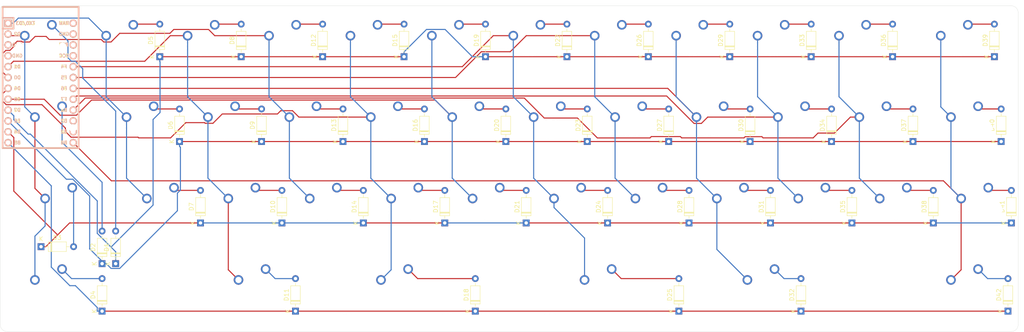
<source format=kicad_pcb>
(kicad_pcb (version 20171130) (host pcbnew 5.1.9)
  (layers (0 F.Cu signal) (31 B.Cu signal) (34 B.Paste user) (35 F.Paste user) (36 B.SilkS user) (37 F.SilkS user) (38 B.Mask user) (39 F.Mask user) (44 Edge.Cuts user))
  (net 0 "")
  (net 1 "Net-(D1-Pad2)")
  (net 2 ROW0)
  (net 3 "Net-(D2-Pad2)")
  (net 4 ROW1)
  (net 5 "Net-(D3-Pad2)")
  (net 6 ROW2)
  (net 7 "Net-(D4-Pad2)")
  (net 8 ROW3)
  (net 9 "Net-(D5-Pad2)")
  (net 10 "Net-(D6-Pad2)")
  (net 11 "Net-(D7-Pad2)")
  (net 12 "Net-(D8-Pad2)")
  (net 13 "Net-(D9-Pad2)")
  (net 14 "Net-(D10-Pad2)")
  (net 15 "Net-(D11-Pad2)")
  (net 16 "Net-(D12-Pad2)")
  (net 17 "Net-(D13-Pad2)")
  (net 18 "Net-(D14-Pad2)")
  (net 19 "Net-(D15-Pad2)")
  (net 20 "Net-(D16-Pad2)")
  (net 21 "Net-(D17-Pad2)")
  (net 22 "Net-(D18-Pad2)")
  (net 23 "Net-(D19-Pad2)")
  (net 24 "Net-(D20-Pad2)")
  (net 25 "Net-(D21-Pad2)")
  (net 26 "Net-(D22-Pad2)")
  (net 27 "Net-(D23-Pad2)")
  (net 28 "Net-(D24-Pad2)")
  (net 29 "Net-(D25-Pad2)")
  (net 30 "Net-(D26-Pad2)")
  (net 31 "Net-(D27-Pad2)")
  (net 32 "Net-(D28-Pad2)")
  (net 33 "Net-(D29-Pad2)")
  (net 34 "Net-(D30-Pad2)")
  (net 35 "Net-(D31-Pad2)")
  (net 36 "Net-(D32-Pad2)")
  (net 37 "Net-(D33-Pad2)")
  (net 38 "Net-(D34-Pad2)")
  (net 39 "Net-(D35-Pad2)")
  (net 40 "Net-(D36-Pad2)")
  (net 41 "Net-(D37-Pad2)")
  (net 42 "Net-(D38-Pad2)")
  (net 43 "Net-(D39-Pad2)")
  (net 44 "Net-(D40-Pad2)")
  (net 45 "Net-(D41-Pad2)")
  (net 46 "Net-(D42-Pad2)")
  (net 47 COL0)
  (net 48 COL1)
  (net 49 COL2)
  (net 50 COL3)
  (net 51 COL4)
  (net 52 COL5)
  (net 53 COL6)
  (net 54 COL7)
  (net 55 COL8)
  (net 56 COL9)
  (net 57 COL10)
  (net 58 COL11)
  (net 59 "Net-(U1-Pad24)")
  (net 60 "Net-(U1-Pad23)")
  (net 61 "Net-(U1-Pad22)")
  (net 62 "Net-(U1-Pad21)")
  (net 63 "Net-(U1-Pad15)")
  (net 64 "Net-(U1-Pad14)")
  (net 65 "Net-(U1-Pad4)")
  (net 66 "Net-(U1-Pad3)")
  (module MX_Only:MXOnly-1.5U-NoLED (layer F.Cu) (at 271.462 59.5312)
    (fp_text reference MX39)
    (fp_text value MX-NoLED)
    (pad 2 thru_hole circle (at 2.54 -5.08) (size 2.25 2.25) (drill 1.47) (layers *.Cu B.Mask) (net 43 "Net-(D39-Pad2)"))
    (pad "" np_thru_hole circle (at 0 0) (size 3.9878 3.9878) (drill 3.9878) (layers *.Cu *.Mask))
    (pad 1 thru_hole circle (at -3.81 -2.54) (size 2.25 2.25) (drill 1.47) (layers *.Cu B.Mask) (net 58 COL11))
    (pad "" np_thru_hole circle (at -5.08 0 48.0996) (size 1.75 1.75) (drill 1.75) (layers *.Cu *.Mask))
    (pad "" np_thru_hole circle (at 5.08 0 48.0996) (size 1.75 1.75) (drill 1.75) (layers *.Cu *.Mask))
  )
  (module Keebio-Parts:ArduinoProMicro (layer F.Cu) (at 57.06 68.05 270)
    (fp_text reference U1 hide)
    (fp_text value ProMicro hide)
    (fp_text user ST (at -8.91 -5.04) (layer B.SilkS) (effects (font (size 0.8 0.8)) (justify mirror)))
    (fp_text user TX0/D3 (at -13.97 3.571872) (layer F.SilkS) (effects (font (size 0.8 0.8))))
    (fp_text user TX0/D3 (at -13.97 3.571872) (layer B.SilkS) (effects (font (size 0.8 0.8)) (justify mirror)))
    (fp_text user D2 (at -11.43 5.461) (layer F.SilkS) (effects (font (size 0.8 0.8))))
    (fp_text user D0 (at -1.27 5.461) (layer F.SilkS) (effects (font (size 0.8 0.8))))
    (fp_text user D1 (at -3.81 5.461) (layer F.SilkS) (effects (font (size 0.8 0.8))))
    (fp_text user GND (at -6.35 5.461) (layer F.SilkS) (effects (font (size 0.8 0.8))))
    (fp_text user GND (at -8.89 5.461) (layer F.SilkS) (effects (font (size 0.8 0.8))))
    (fp_text user D4 (at 1.27 5.461) (layer F.SilkS) (effects (font (size 0.8 0.8))))
    (fp_text user C6 (at 3.81 5.461) (layer F.SilkS) (effects (font (size 0.8 0.8))))
    (fp_text user D7 (at 6.35 5.461) (layer F.SilkS) (effects (font (size 0.8 0.8))))
    (fp_text user E6 (at 8.89 5.461) (layer F.SilkS) (effects (font (size 0.8 0.8))))
    (fp_text user B4 (at 11.43 5.461) (layer F.SilkS) (effects (font (size 0.8 0.8))))
    (fp_text user B5 (at 13.97 5.461) (layer F.SilkS) (effects (font (size 0.8 0.8))))
    (fp_text user B6 (at 13.97 -5.461) (layer F.SilkS) (effects (font (size 0.8 0.8))))
    (fp_text user B2 (at 11.43 -5.461) (layer B.SilkS) (effects (font (size 0.8 0.8)) (justify mirror)))
    (fp_text user B3 (at 8.89 -5.461) (layer F.SilkS) (effects (font (size 0.8 0.8))))
    (fp_text user B1 (at 6.35 -5.461) (layer F.SilkS) (effects (font (size 0.8 0.8))))
    (fp_text user F7 (at 3.81 -5.461) (layer B.SilkS) (effects (font (size 0.8 0.8)) (justify mirror)))
    (fp_text user F6 (at 1.27 -5.461) (layer B.SilkS) (effects (font (size 0.8 0.8)) (justify mirror)))
    (fp_text user F5 (at -1.27 -5.461) (layer B.SilkS) (effects (font (size 0.8 0.8)) (justify mirror)))
    (fp_text user F4 (at -3.81 -5.461) (layer F.SilkS) (effects (font (size 0.8 0.8))))
    (fp_text user VCC (at -6.35 -5.461) (layer F.SilkS) (effects (font (size 0.8 0.8))))
    (fp_text user ST (at -8.92 -5.73312) (layer F.SilkS) (effects (font (size 0.8 0.8))))
    (fp_text user GND (at -11.43 -5.461) (layer F.SilkS) (effects (font (size 0.8 0.8))))
    (fp_text user RAW (at -13.97 -5.461) (layer F.SilkS) (effects (font (size 0.8 0.8))))
    (fp_text user RAW (at -13.97 -5.461) (layer B.SilkS) (effects (font (size 0.8 0.8)) (justify mirror)))
    (fp_text user GND (at -11.43 -5.461) (layer B.SilkS) (effects (font (size 0.8 0.8)) (justify mirror)))
    (fp_text user VCC (at -6.35 -5.461) (layer B.SilkS) (effects (font (size 0.8 0.8)) (justify mirror)))
    (fp_text user F4 (at -3.81 -5.461) (layer B.SilkS) (effects (font (size 0.8 0.8)) (justify mirror)))
    (fp_text user F5 (at -1.27 -5.461) (layer F.SilkS) (effects (font (size 0.8 0.8))))
    (fp_text user F6 (at 1.27 -5.461) (layer F.SilkS) (effects (font (size 0.8 0.8))))
    (fp_text user F7 (at 3.81 -5.461) (layer F.SilkS) (effects (font (size 0.8 0.8))))
    (fp_text user B1 (at 6.35 -5.461) (layer B.SilkS) (effects (font (size 0.8 0.8)) (justify mirror)))
    (fp_text user B3 (at 8.89 -5.461) (layer B.SilkS) (effects (font (size 0.8 0.8)) (justify mirror)))
    (fp_text user B2 (at 11.43 -5.461) (layer F.SilkS) (effects (font (size 0.8 0.8))))
    (fp_text user B6 (at 13.97 -5.461) (layer B.SilkS) (effects (font (size 0.8 0.8)) (justify mirror)))
    (fp_text user B5 (at 13.97 5.461) (layer B.SilkS) (effects (font (size 0.8 0.8)) (justify mirror)))
    (fp_text user B4 (at 11.43 5.461) (layer B.SilkS) (effects (font (size 0.8 0.8)) (justify mirror)))
    (fp_text user E6 (at 8.89 5.461) (layer B.SilkS) (effects (font (size 0.8 0.8)) (justify mirror)))
    (fp_text user D7 (at 6.35 5.461) (layer B.SilkS) (effects (font (size 0.8 0.8)) (justify mirror)))
    (fp_text user C6 (at 3.81 5.461) (layer B.SilkS) (effects (font (size 0.8 0.8)) (justify mirror)))
    (fp_text user D4 (at 1.27 5.461) (layer B.SilkS) (effects (font (size 0.8 0.8)) (justify mirror)))
    (fp_text user GND (at -8.89 5.461) (layer B.SilkS) (effects (font (size 0.8 0.8)) (justify mirror)))
    (fp_text user GND (at -6.35 5.461) (layer B.SilkS) (effects (font (size 0.8 0.8)) (justify mirror)))
    (fp_text user D1 (at -3.81 5.461) (layer B.SilkS) (effects (font (size 0.8 0.8)) (justify mirror)))
    (fp_text user D0 (at -1.27 5.461) (layer B.SilkS) (effects (font (size 0.8 0.8)) (justify mirror)))
    (fp_text user D2 (at -11.43 5.461) (layer B.SilkS) (effects (font (size 0.8 0.8)) (justify mirror)))
    (pad 24 thru_hole circle (at -13.97 -7.62 270) (size 1.7526 1.7526) (drill 1.0922) (layers *.Cu *.SilkS *.Mask) (net 59 "Net-(U1-Pad24)"))
    (pad 12 thru_hole circle (at 13.97 7.62 270) (size 1.7526 1.7526) (drill 1.0922) (layers *.Cu *.SilkS *.Mask) (net 8 ROW3))
    (pad 23 thru_hole circle (at -11.43 -7.62 270) (size 1.7526 1.7526) (drill 1.0922) (layers *.Cu *.SilkS *.Mask) (net 60 "Net-(U1-Pad23)"))
    (pad 22 thru_hole circle (at -8.89 -7.62 270) (size 1.7526 1.7526) (drill 1.0922) (layers *.Cu *.SilkS *.Mask) (net 61 "Net-(U1-Pad22)"))
    (pad 21 thru_hole circle (at -6.35 -7.62 270) (size 1.7526 1.7526) (drill 1.0922) (layers *.Cu *.SilkS *.Mask) (net 62 "Net-(U1-Pad21)"))
    (pad 20 thru_hole circle (at -3.81 -7.62 270) (size 1.7526 1.7526) (drill 1.0922) (layers *.Cu *.SilkS *.Mask) (net 53 COL6))
    (pad 19 thru_hole circle (at -1.27 -7.62 270) (size 1.7526 1.7526) (drill 1.0922) (layers *.Cu *.SilkS *.Mask) (net 54 COL7))
    (pad 18 thru_hole circle (at 1.27 -7.62 270) (size 1.7526 1.7526) (drill 1.0922) (layers *.Cu *.SilkS *.Mask) (net 55 COL8))
    (pad 17 thru_hole circle (at 3.81 -7.62 270) (size 1.7526 1.7526) (drill 1.0922) (layers *.Cu *.SilkS *.Mask) (net 56 COL9))
    (pad 16 thru_hole circle (at 6.35 -7.62 270) (size 1.7526 1.7526) (drill 1.0922) (layers *.Cu *.SilkS *.Mask) (net 57 COL10))
    (pad 15 thru_hole circle (at 8.89 -7.62 270) (size 1.7526 1.7526) (drill 1.0922) (layers *.Cu *.SilkS *.Mask) (net 63 "Net-(U1-Pad15)"))
    (pad 14 thru_hole circle (at 11.43 -7.62 270) (size 1.7526 1.7526) (drill 1.0922) (layers *.Cu *.SilkS *.Mask) (net 64 "Net-(U1-Pad14)"))
    (pad 13 thru_hole circle (at 13.97 -7.62 270) (size 1.7526 1.7526) (drill 1.0922) (layers *.Cu *.SilkS *.Mask) (net 58 COL11))
    (pad 11 thru_hole circle (at 11.43 7.62 270) (size 1.7526 1.7526) (drill 1.0922) (layers *.Cu *.SilkS *.Mask) (net 6 ROW2))
    (pad 10 thru_hole circle (at 8.89 7.62 270) (size 1.7526 1.7526) (drill 1.0922) (layers *.Cu *.SilkS *.Mask) (net 4 ROW1))
    (pad 9 thru_hole circle (at 6.35 7.62 270) (size 1.7526 1.7526) (drill 1.0922) (layers *.Cu *.SilkS *.Mask) (net 2 ROW0))
    (pad 8 thru_hole circle (at 3.81 7.62 270) (size 1.7526 1.7526) (drill 1.0922) (layers *.Cu *.SilkS *.Mask) (net 52 COL5))
    (pad 7 thru_hole circle (at 1.27 7.62 270) (size 1.7526 1.7526) (drill 1.0922) (layers *.Cu *.SilkS *.Mask) (net 51 COL4))
    (pad 6 thru_hole circle (at -1.27 7.62 270) (size 1.7526 1.7526) (drill 1.0922) (layers *.Cu *.SilkS *.Mask) (net 50 COL3))
    (pad 5 thru_hole circle (at -3.81 7.62 270) (size 1.7526 1.7526) (drill 1.0922) (layers *.Cu *.SilkS *.Mask) (net 49 COL2))
    (pad 4 thru_hole circle (at -6.35 7.62 270) (size 1.7526 1.7526) (drill 1.0922) (layers *.Cu *.SilkS *.Mask) (net 65 "Net-(U1-Pad4)"))
    (pad 3 thru_hole circle (at -8.89 7.62 270) (size 1.7526 1.7526) (drill 1.0922) (layers *.Cu *.SilkS *.Mask) (net 66 "Net-(U1-Pad3)"))
    (pad 2 thru_hole circle (at -11.43 7.62 270) (size 1.7526 1.7526) (drill 1.0922) (layers *.Cu *.SilkS *.Mask) (net 47 COL0))
    (pad 1 thru_hole rect (at -13.97 7.62 270) (size 1.7526 1.7526) (drill 1.0922) (layers *.Cu *.SilkS *.Mask) (net 48 COL1))
  )
  (module MX_Only:MXOnly-1.25U-NoLED (layer F.Cu) (at 273.844 116.681)
    (fp_text reference MX42)
    (fp_text value MX-NoLED)
    (pad 2 thru_hole circle (at 2.54 -5.08) (size 2.25 2.25) (drill 1.47) (layers *.Cu B.Mask) (net 46 "Net-(D42-Pad2)"))
    (pad "" np_thru_hole circle (at 0 0) (size 3.9878 3.9878) (drill 3.9878) (layers *.Cu *.Mask))
    (pad 1 thru_hole circle (at -3.81 -2.54) (size 2.25 2.25) (drill 1.47) (layers *.Cu B.Mask) (net 58 COL11))
    (pad "" np_thru_hole circle (at -5.08 0 48.0996) (size 1.75 1.75) (drill 1.75) (layers *.Cu *.Mask))
    (pad "" np_thru_hole circle (at 5.08 0 48.0996) (size 1.75 1.75) (drill 1.75) (layers *.Cu *.Mask))
  )
  (module MX_Only:MXOnly-1U-NoLED (layer F.Cu) (at 276.225 97.6312)
    (fp_text reference MX41)
    (fp_text value MX-NoLED)
    (pad 2 thru_hole circle (at 2.54 -5.08) (size 2.25 2.25) (drill 1.47) (layers *.Cu B.Mask) (net 45 "Net-(D41-Pad2)"))
    (pad "" np_thru_hole circle (at 0 0) (size 3.9878 3.9878) (drill 3.9878) (layers *.Cu *.Mask))
    (pad 1 thru_hole circle (at -3.81 -2.54) (size 2.25 2.25) (drill 1.47) (layers *.Cu B.Mask) (net 58 COL11))
    (pad "" np_thru_hole circle (at -5.08 0 48.0996) (size 1.75 1.75) (drill 1.75) (layers *.Cu *.Mask))
    (pad "" np_thru_hole circle (at 5.08 0 48.0996) (size 1.75 1.75) (drill 1.75) (layers *.Cu *.Mask))
  )
  (module MX_Only:MXOnly-1.25U-NoLED (layer F.Cu) (at 273.844 78.5812)
    (fp_text reference MX40)
    (fp_text value MX-NoLED)
    (pad 2 thru_hole circle (at 2.54 -5.08) (size 2.25 2.25) (drill 1.47) (layers *.Cu B.Mask) (net 44 "Net-(D40-Pad2)"))
    (pad "" np_thru_hole circle (at 0 0) (size 3.9878 3.9878) (drill 3.9878) (layers *.Cu *.Mask))
    (pad 1 thru_hole circle (at -3.81 -2.54) (size 2.25 2.25) (drill 1.47) (layers *.Cu B.Mask) (net 58 COL11))
    (pad "" np_thru_hole circle (at -5.08 0 48.0996) (size 1.75 1.75) (drill 1.75) (layers *.Cu *.Mask))
    (pad "" np_thru_hole circle (at 5.08 0 48.0996) (size 1.75 1.75) (drill 1.75) (layers *.Cu *.Mask))
  )
  (module MX_Only:MXOnly-1U-NoLED (layer F.Cu) (at 257.175 97.6312)
    (fp_text reference MX38)
    (fp_text value MX-NoLED)
    (pad 2 thru_hole circle (at 2.54 -5.08) (size 2.25 2.25) (drill 1.47) (layers *.Cu B.Mask) (net 42 "Net-(D38-Pad2)"))
    (pad "" np_thru_hole circle (at 0 0) (size 3.9878 3.9878) (drill 3.9878) (layers *.Cu *.Mask))
    (pad 1 thru_hole circle (at -3.81 -2.54) (size 2.25 2.25) (drill 1.47) (layers *.Cu B.Mask) (net 57 COL10))
    (pad "" np_thru_hole circle (at -5.08 0 48.0996) (size 1.75 1.75) (drill 1.75) (layers *.Cu *.Mask))
    (pad "" np_thru_hole circle (at 5.08 0 48.0996) (size 1.75 1.75) (drill 1.75) (layers *.Cu *.Mask))
  )
  (module MX_Only:MXOnly-1U-NoLED (layer F.Cu) (at 252.412 78.5812)
    (fp_text reference MX37)
    (fp_text value MX-NoLED)
    (pad 2 thru_hole circle (at 2.54 -5.08) (size 2.25 2.25) (drill 1.47) (layers *.Cu B.Mask) (net 41 "Net-(D37-Pad2)"))
    (pad "" np_thru_hole circle (at 0 0) (size 3.9878 3.9878) (drill 3.9878) (layers *.Cu *.Mask))
    (pad 1 thru_hole circle (at -3.81 -2.54) (size 2.25 2.25) (drill 1.47) (layers *.Cu B.Mask) (net 57 COL10))
    (pad "" np_thru_hole circle (at -5.08 0 48.0996) (size 1.75 1.75) (drill 1.75) (layers *.Cu *.Mask))
    (pad "" np_thru_hole circle (at 5.08 0 48.0996) (size 1.75 1.75) (drill 1.75) (layers *.Cu *.Mask))
  )
  (module MX_Only:MXOnly-1U-NoLED (layer F.Cu) (at 247.65 59.5312)
    (fp_text reference MX36)
    (fp_text value MX-NoLED)
    (pad 2 thru_hole circle (at 2.54 -5.08) (size 2.25 2.25) (drill 1.47) (layers *.Cu B.Mask) (net 40 "Net-(D36-Pad2)"))
    (pad "" np_thru_hole circle (at 0 0) (size 3.9878 3.9878) (drill 3.9878) (layers *.Cu *.Mask))
    (pad 1 thru_hole circle (at -3.81 -2.54) (size 2.25 2.25) (drill 1.47) (layers *.Cu B.Mask) (net 57 COL10))
    (pad "" np_thru_hole circle (at -5.08 0 48.0996) (size 1.75 1.75) (drill 1.75) (layers *.Cu *.Mask))
    (pad "" np_thru_hole circle (at 5.08 0 48.0996) (size 1.75 1.75) (drill 1.75) (layers *.Cu *.Mask))
  )
  (module MX_Only:MXOnly-1U-NoLED (layer F.Cu) (at 238.125 97.6312)
    (fp_text reference MX35)
    (fp_text value MX-NoLED)
    (pad 2 thru_hole circle (at 2.54 -5.08) (size 2.25 2.25) (drill 1.47) (layers *.Cu B.Mask) (net 39 "Net-(D35-Pad2)"))
    (pad "" np_thru_hole circle (at 0 0) (size 3.9878 3.9878) (drill 3.9878) (layers *.Cu *.Mask))
    (pad 1 thru_hole circle (at -3.81 -2.54) (size 2.25 2.25) (drill 1.47) (layers *.Cu B.Mask) (net 56 COL9))
    (pad "" np_thru_hole circle (at -5.08 0 48.0996) (size 1.75 1.75) (drill 1.75) (layers *.Cu *.Mask))
    (pad "" np_thru_hole circle (at 5.08 0 48.0996) (size 1.75 1.75) (drill 1.75) (layers *.Cu *.Mask))
  )
  (module MX_Only:MXOnly-1U-NoLED (layer F.Cu) (at 233.362 78.5812)
    (fp_text reference MX34)
    (fp_text value MX-NoLED)
    (pad 2 thru_hole circle (at 2.54 -5.08) (size 2.25 2.25) (drill 1.47) (layers *.Cu B.Mask) (net 38 "Net-(D34-Pad2)"))
    (pad "" np_thru_hole circle (at 0 0) (size 3.9878 3.9878) (drill 3.9878) (layers *.Cu *.Mask))
    (pad 1 thru_hole circle (at -3.81 -2.54) (size 2.25 2.25) (drill 1.47) (layers *.Cu B.Mask) (net 56 COL9))
    (pad "" np_thru_hole circle (at -5.08 0 48.0996) (size 1.75 1.75) (drill 1.75) (layers *.Cu *.Mask))
    (pad "" np_thru_hole circle (at 5.08 0 48.0996) (size 1.75 1.75) (drill 1.75) (layers *.Cu *.Mask))
  )
  (module MX_Only:MXOnly-1U-NoLED (layer F.Cu) (at 228.6 59.5312)
    (fp_text reference MX33)
    (fp_text value MX-NoLED)
    (pad 2 thru_hole circle (at 2.54 -5.08) (size 2.25 2.25) (drill 1.47) (layers *.Cu B.Mask) (net 37 "Net-(D33-Pad2)"))
    (pad "" np_thru_hole circle (at 0 0) (size 3.9878 3.9878) (drill 3.9878) (layers *.Cu *.Mask))
    (pad 1 thru_hole circle (at -3.81 -2.54) (size 2.25 2.25) (drill 1.47) (layers *.Cu B.Mask) (net 56 COL9))
    (pad "" np_thru_hole circle (at -5.08 0 48.0996) (size 1.75 1.75) (drill 1.75) (layers *.Cu *.Mask))
    (pad "" np_thru_hole circle (at 5.08 0 48.0996) (size 1.75 1.75) (drill 1.75) (layers *.Cu *.Mask))
  )
  (module MX_Only:MXOnly-1.25U-NoLED (layer F.Cu) (at 226.219 116.681)
    (fp_text reference MX32)
    (fp_text value MX-NoLED)
    (pad 2 thru_hole circle (at 2.54 -5.08) (size 2.25 2.25) (drill 1.47) (layers *.Cu B.Mask) (net 36 "Net-(D32-Pad2)"))
    (pad "" np_thru_hole circle (at 0 0) (size 3.9878 3.9878) (drill 3.9878) (layers *.Cu *.Mask))
    (pad 1 thru_hole circle (at -3.81 -2.54) (size 2.25 2.25) (drill 1.47) (layers *.Cu B.Mask) (net 55 COL8))
    (pad "" np_thru_hole circle (at -5.08 0 48.0996) (size 1.75 1.75) (drill 1.75) (layers *.Cu *.Mask))
    (pad "" np_thru_hole circle (at 5.08 0 48.0996) (size 1.75 1.75) (drill 1.75) (layers *.Cu *.Mask))
  )
  (module MX_Only:MXOnly-1U-NoLED (layer F.Cu) (at 219.075 97.6312)
    (fp_text reference MX31)
    (fp_text value MX-NoLED)
    (pad 2 thru_hole circle (at 2.54 -5.08) (size 2.25 2.25) (drill 1.47) (layers *.Cu B.Mask) (net 35 "Net-(D31-Pad2)"))
    (pad "" np_thru_hole circle (at 0 0) (size 3.9878 3.9878) (drill 3.9878) (layers *.Cu *.Mask))
    (pad 1 thru_hole circle (at -3.81 -2.54) (size 2.25 2.25) (drill 1.47) (layers *.Cu B.Mask) (net 55 COL8))
    (pad "" np_thru_hole circle (at -5.08 0 48.0996) (size 1.75 1.75) (drill 1.75) (layers *.Cu *.Mask))
    (pad "" np_thru_hole circle (at 5.08 0 48.0996) (size 1.75 1.75) (drill 1.75) (layers *.Cu *.Mask))
  )
  (module MX_Only:MXOnly-1U-NoLED (layer F.Cu) (at 214.312 78.5812)
    (fp_text reference MX30)
    (fp_text value MX-NoLED)
    (pad 2 thru_hole circle (at 2.54 -5.08) (size 2.25 2.25) (drill 1.47) (layers *.Cu B.Mask) (net 34 "Net-(D30-Pad2)"))
    (pad "" np_thru_hole circle (at 0 0) (size 3.9878 3.9878) (drill 3.9878) (layers *.Cu *.Mask))
    (pad 1 thru_hole circle (at -3.81 -2.54) (size 2.25 2.25) (drill 1.47) (layers *.Cu B.Mask) (net 55 COL8))
    (pad "" np_thru_hole circle (at -5.08 0 48.0996) (size 1.75 1.75) (drill 1.75) (layers *.Cu *.Mask))
    (pad "" np_thru_hole circle (at 5.08 0 48.0996) (size 1.75 1.75) (drill 1.75) (layers *.Cu *.Mask))
  )
  (module MX_Only:MXOnly-1U-NoLED (layer F.Cu) (at 209.55 59.5312)
    (fp_text reference MX29)
    (fp_text value MX-NoLED)
    (pad 2 thru_hole circle (at 2.54 -5.08) (size 2.25 2.25) (drill 1.47) (layers *.Cu B.Mask) (net 33 "Net-(D29-Pad2)"))
    (pad "" np_thru_hole circle (at 0 0) (size 3.9878 3.9878) (drill 3.9878) (layers *.Cu *.Mask))
    (pad 1 thru_hole circle (at -3.81 -2.54) (size 2.25 2.25) (drill 1.47) (layers *.Cu B.Mask) (net 55 COL8))
    (pad "" np_thru_hole circle (at -5.08 0 48.0996) (size 1.75 1.75) (drill 1.75) (layers *.Cu *.Mask))
    (pad "" np_thru_hole circle (at 5.08 0 48.0996) (size 1.75 1.75) (drill 1.75) (layers *.Cu *.Mask))
  )
  (module MX_Only:MXOnly-1U-NoLED (layer F.Cu) (at 200.025 97.6312)
    (fp_text reference MX28)
    (fp_text value MX-NoLED)
    (pad 2 thru_hole circle (at 2.54 -5.08) (size 2.25 2.25) (drill 1.47) (layers *.Cu B.Mask) (net 32 "Net-(D28-Pad2)"))
    (pad "" np_thru_hole circle (at 0 0) (size 3.9878 3.9878) (drill 3.9878) (layers *.Cu *.Mask))
    (pad 1 thru_hole circle (at -3.81 -2.54) (size 2.25 2.25) (drill 1.47) (layers *.Cu B.Mask) (net 54 COL7))
    (pad "" np_thru_hole circle (at -5.08 0 48.0996) (size 1.75 1.75) (drill 1.75) (layers *.Cu *.Mask))
    (pad "" np_thru_hole circle (at 5.08 0 48.0996) (size 1.75 1.75) (drill 1.75) (layers *.Cu *.Mask))
  )
  (module MX_Only:MXOnly-1U-NoLED (layer F.Cu) (at 195.262 78.5812)
    (fp_text reference MX27)
    (fp_text value MX-NoLED)
    (pad 2 thru_hole circle (at 2.54 -5.08) (size 2.25 2.25) (drill 1.47) (layers *.Cu B.Mask) (net 31 "Net-(D27-Pad2)"))
    (pad "" np_thru_hole circle (at 0 0) (size 3.9878 3.9878) (drill 3.9878) (layers *.Cu *.Mask))
    (pad 1 thru_hole circle (at -3.81 -2.54) (size 2.25 2.25) (drill 1.47) (layers *.Cu B.Mask) (net 54 COL7))
    (pad "" np_thru_hole circle (at -5.08 0 48.0996) (size 1.75 1.75) (drill 1.75) (layers *.Cu *.Mask))
    (pad "" np_thru_hole circle (at 5.08 0 48.0996) (size 1.75 1.75) (drill 1.75) (layers *.Cu *.Mask))
  )
  (module MX_Only:MXOnly-1U-NoLED (layer F.Cu) (at 190.5 59.5312)
    (fp_text reference MX26)
    (fp_text value MX-NoLED)
    (pad 2 thru_hole circle (at 2.54 -5.08) (size 2.25 2.25) (drill 1.47) (layers *.Cu B.Mask) (net 30 "Net-(D26-Pad2)"))
    (pad "" np_thru_hole circle (at 0 0) (size 3.9878 3.9878) (drill 3.9878) (layers *.Cu *.Mask))
    (pad 1 thru_hole circle (at -3.81 -2.54) (size 2.25 2.25) (drill 1.47) (layers *.Cu B.Mask) (net 54 COL7))
    (pad "" np_thru_hole circle (at -5.08 0 48.0996) (size 1.75 1.75) (drill 1.75) (layers *.Cu *.Mask))
    (pad "" np_thru_hole circle (at 5.08 0 48.0996) (size 1.75 1.75) (drill 1.75) (layers *.Cu *.Mask))
  )
  (module MX_Only:MXOnly-2.75U-ReversedStabilizers-NoLED (layer F.Cu) (at 188.119 116.681)
    (fp_text reference MX25)
    (fp_text value MX-NoLED)
    (pad 2 thru_hole circle (at 2.54 -5.08) (size 2.25 2.25) (drill 1.47) (layers *.Cu B.Mask) (net 29 "Net-(D25-Pad2)"))
    (pad "" np_thru_hole circle (at 0 0) (size 3.9878 3.9878) (drill 3.9878) (layers *.Cu *.Mask))
    (pad 1 thru_hole circle (at -3.81 -2.54) (size 2.25 2.25) (drill 1.47) (layers *.Cu B.Mask) (net 53 COL6))
    (pad "" np_thru_hole circle (at -5.08 0 48.0996) (size 1.75 1.75) (drill 1.75) (layers *.Cu *.Mask))
    (pad "" np_thru_hole circle (at 5.08 0 48.0996) (size 1.75 1.75) (drill 1.75) (layers *.Cu *.Mask))
    (pad "" np_thru_hole circle (at -11.90625 6.985) (size 3.048 3.048) (drill 3.048) (layers *.Cu *.Mask))
    (pad "" np_thru_hole circle (at 11.90625 6.985) (size 3.048 3.048) (drill 3.048) (layers *.Cu *.Mask))
    (pad "" np_thru_hole circle (at -11.90625 -8.255) (size 3.9878 3.9878) (drill 3.9878) (layers *.Cu *.Mask))
    (pad "" np_thru_hole circle (at 11.90625 -8.255) (size 3.9878 3.9878) (drill 3.9878) (layers *.Cu *.Mask))
  )
  (module MX_Only:MXOnly-1U-NoLED (layer F.Cu) (at 180.975 97.6312)
    (fp_text reference MX24)
    (fp_text value MX-NoLED)
    (pad 2 thru_hole circle (at 2.54 -5.08) (size 2.25 2.25) (drill 1.47) (layers *.Cu B.Mask) (net 28 "Net-(D24-Pad2)"))
    (pad "" np_thru_hole circle (at 0 0) (size 3.9878 3.9878) (drill 3.9878) (layers *.Cu *.Mask))
    (pad 1 thru_hole circle (at -3.81 -2.54) (size 2.25 2.25) (drill 1.47) (layers *.Cu B.Mask) (net 53 COL6))
    (pad "" np_thru_hole circle (at -5.08 0 48.0996) (size 1.75 1.75) (drill 1.75) (layers *.Cu *.Mask))
    (pad "" np_thru_hole circle (at 5.08 0 48.0996) (size 1.75 1.75) (drill 1.75) (layers *.Cu *.Mask))
  )
  (module MX_Only:MXOnly-1U-NoLED (layer F.Cu) (at 176.212 78.5812)
    (fp_text reference MX23)
    (fp_text value MX-NoLED)
    (pad 2 thru_hole circle (at 2.54 -5.08) (size 2.25 2.25) (drill 1.47) (layers *.Cu B.Mask) (net 27 "Net-(D23-Pad2)"))
    (pad "" np_thru_hole circle (at 0 0) (size 3.9878 3.9878) (drill 3.9878) (layers *.Cu *.Mask))
    (pad 1 thru_hole circle (at -3.81 -2.54) (size 2.25 2.25) (drill 1.47) (layers *.Cu B.Mask) (net 53 COL6))
    (pad "" np_thru_hole circle (at -5.08 0 48.0996) (size 1.75 1.75) (drill 1.75) (layers *.Cu *.Mask))
    (pad "" np_thru_hole circle (at 5.08 0 48.0996) (size 1.75 1.75) (drill 1.75) (layers *.Cu *.Mask))
  )
  (module MX_Only:MXOnly-1U-NoLED (layer F.Cu) (at 171.45 59.5312)
    (fp_text reference MX22)
    (fp_text value MX-NoLED)
    (pad 2 thru_hole circle (at 2.54 -5.08) (size 2.25 2.25) (drill 1.47) (layers *.Cu B.Mask) (net 26 "Net-(D22-Pad2)"))
    (pad "" np_thru_hole circle (at 0 0) (size 3.9878 3.9878) (drill 3.9878) (layers *.Cu *.Mask))
    (pad 1 thru_hole circle (at -3.81 -2.54) (size 2.25 2.25) (drill 1.47) (layers *.Cu B.Mask) (net 53 COL6))
    (pad "" np_thru_hole circle (at -5.08 0 48.0996) (size 1.75 1.75) (drill 1.75) (layers *.Cu *.Mask))
    (pad "" np_thru_hole circle (at 5.08 0 48.0996) (size 1.75 1.75) (drill 1.75) (layers *.Cu *.Mask))
  )
  (module MX_Only:MXOnly-1U-NoLED (layer F.Cu) (at 161.925 97.6312)
    (fp_text reference MX21)
    (fp_text value MX-NoLED)
    (pad 2 thru_hole circle (at 2.54 -5.08) (size 2.25 2.25) (drill 1.47) (layers *.Cu B.Mask) (net 25 "Net-(D21-Pad2)"))
    (pad "" np_thru_hole circle (at 0 0) (size 3.9878 3.9878) (drill 3.9878) (layers *.Cu *.Mask))
    (pad 1 thru_hole circle (at -3.81 -2.54) (size 2.25 2.25) (drill 1.47) (layers *.Cu B.Mask) (net 52 COL5))
    (pad "" np_thru_hole circle (at -5.08 0 48.0996) (size 1.75 1.75) (drill 1.75) (layers *.Cu *.Mask))
    (pad "" np_thru_hole circle (at 5.08 0 48.0996) (size 1.75 1.75) (drill 1.75) (layers *.Cu *.Mask))
  )
  (module MX_Only:MXOnly-1U-NoLED (layer F.Cu) (at 157.162 78.5812)
    (fp_text reference MX20)
    (fp_text value MX-NoLED)
    (pad 2 thru_hole circle (at 2.54 -5.08) (size 2.25 2.25) (drill 1.47) (layers *.Cu B.Mask) (net 24 "Net-(D20-Pad2)"))
    (pad "" np_thru_hole circle (at 0 0) (size 3.9878 3.9878) (drill 3.9878) (layers *.Cu *.Mask))
    (pad 1 thru_hole circle (at -3.81 -2.54) (size 2.25 2.25) (drill 1.47) (layers *.Cu B.Mask) (net 52 COL5))
    (pad "" np_thru_hole circle (at -5.08 0 48.0996) (size 1.75 1.75) (drill 1.75) (layers *.Cu *.Mask))
    (pad "" np_thru_hole circle (at 5.08 0 48.0996) (size 1.75 1.75) (drill 1.75) (layers *.Cu *.Mask))
  )
  (module MX_Only:MXOnly-1U-NoLED (layer F.Cu) (at 152.4 59.5312)
    (fp_text reference MX19)
    (fp_text value MX-NoLED)
    (pad 2 thru_hole circle (at 2.54 -5.08) (size 2.25 2.25) (drill 1.47) (layers *.Cu B.Mask) (net 23 "Net-(D19-Pad2)"))
    (pad "" np_thru_hole circle (at 0 0) (size 3.9878 3.9878) (drill 3.9878) (layers *.Cu *.Mask))
    (pad 1 thru_hole circle (at -3.81 -2.54) (size 2.25 2.25) (drill 1.47) (layers *.Cu B.Mask) (net 52 COL5))
    (pad "" np_thru_hole circle (at -5.08 0 48.0996) (size 1.75 1.75) (drill 1.75) (layers *.Cu *.Mask))
    (pad "" np_thru_hole circle (at 5.08 0 48.0996) (size 1.75 1.75) (drill 1.75) (layers *.Cu *.Mask))
  )
  (module MX_Only:MXOnly-2.25U-ReversedStabilizers-NoLED (layer F.Cu) (at 140.494 116.681)
    (fp_text reference MX18)
    (fp_text value MX-NoLED)
    (pad 2 thru_hole circle (at 2.54 -5.08) (size 2.25 2.25) (drill 1.47) (layers *.Cu B.Mask) (net 22 "Net-(D18-Pad2)"))
    (pad "" np_thru_hole circle (at 0 0) (size 3.9878 3.9878) (drill 3.9878) (layers *.Cu *.Mask))
    (pad 1 thru_hole circle (at -3.81 -2.54) (size 2.25 2.25) (drill 1.47) (layers *.Cu B.Mask) (net 51 COL4))
    (pad "" np_thru_hole circle (at -5.08 0 48.0996) (size 1.75 1.75) (drill 1.75) (layers *.Cu *.Mask))
    (pad "" np_thru_hole circle (at 5.08 0 48.0996) (size 1.75 1.75) (drill 1.75) (layers *.Cu *.Mask))
    (pad "" np_thru_hole circle (at -11.90625 6.985) (size 3.048 3.048) (drill 3.048) (layers *.Cu *.Mask))
    (pad "" np_thru_hole circle (at 11.90625 6.985) (size 3.048 3.048) (drill 3.048) (layers *.Cu *.Mask))
    (pad "" np_thru_hole circle (at -11.90625 -8.255) (size 3.9878 3.9878) (drill 3.9878) (layers *.Cu *.Mask))
    (pad "" np_thru_hole circle (at 11.90625 -8.255) (size 3.9878 3.9878) (drill 3.9878) (layers *.Cu *.Mask))
  )
  (module MX_Only:MXOnly-1U-NoLED (layer F.Cu) (at 142.875 97.6312)
    (fp_text reference MX17)
    (fp_text value MX-NoLED)
    (pad 2 thru_hole circle (at 2.54 -5.08) (size 2.25 2.25) (drill 1.47) (layers *.Cu B.Mask) (net 21 "Net-(D17-Pad2)"))
    (pad "" np_thru_hole circle (at 0 0) (size 3.9878 3.9878) (drill 3.9878) (layers *.Cu *.Mask))
    (pad 1 thru_hole circle (at -3.81 -2.54) (size 2.25 2.25) (drill 1.47) (layers *.Cu B.Mask) (net 51 COL4))
    (pad "" np_thru_hole circle (at -5.08 0 48.0996) (size 1.75 1.75) (drill 1.75) (layers *.Cu *.Mask))
    (pad "" np_thru_hole circle (at 5.08 0 48.0996) (size 1.75 1.75) (drill 1.75) (layers *.Cu *.Mask))
  )
  (module MX_Only:MXOnly-1U-NoLED (layer F.Cu) (at 138.112 78.5812)
    (fp_text reference MX16)
    (fp_text value MX-NoLED)
    (pad 2 thru_hole circle (at 2.54 -5.08) (size 2.25 2.25) (drill 1.47) (layers *.Cu B.Mask) (net 20 "Net-(D16-Pad2)"))
    (pad "" np_thru_hole circle (at 0 0) (size 3.9878 3.9878) (drill 3.9878) (layers *.Cu *.Mask))
    (pad 1 thru_hole circle (at -3.81 -2.54) (size 2.25 2.25) (drill 1.47) (layers *.Cu B.Mask) (net 51 COL4))
    (pad "" np_thru_hole circle (at -5.08 0 48.0996) (size 1.75 1.75) (drill 1.75) (layers *.Cu *.Mask))
    (pad "" np_thru_hole circle (at 5.08 0 48.0996) (size 1.75 1.75) (drill 1.75) (layers *.Cu *.Mask))
  )
  (module MX_Only:MXOnly-1U-NoLED (layer F.Cu) (at 133.35 59.5312)
    (fp_text reference MX15)
    (fp_text value MX-NoLED)
    (pad 2 thru_hole circle (at 2.54 -5.08) (size 2.25 2.25) (drill 1.47) (layers *.Cu B.Mask) (net 19 "Net-(D15-Pad2)"))
    (pad "" np_thru_hole circle (at 0 0) (size 3.9878 3.9878) (drill 3.9878) (layers *.Cu *.Mask))
    (pad 1 thru_hole circle (at -3.81 -2.54) (size 2.25 2.25) (drill 1.47) (layers *.Cu B.Mask) (net 51 COL4))
    (pad "" np_thru_hole circle (at -5.08 0 48.0996) (size 1.75 1.75) (drill 1.75) (layers *.Cu *.Mask))
    (pad "" np_thru_hole circle (at 5.08 0 48.0996) (size 1.75 1.75) (drill 1.75) (layers *.Cu *.Mask))
  )
  (module MX_Only:MXOnly-1U-NoLED (layer F.Cu) (at 123.825 97.6312)
    (fp_text reference MX14)
    (fp_text value MX-NoLED)
    (pad 2 thru_hole circle (at 2.54 -5.08) (size 2.25 2.25) (drill 1.47) (layers *.Cu B.Mask) (net 18 "Net-(D14-Pad2)"))
    (pad "" np_thru_hole circle (at 0 0) (size 3.9878 3.9878) (drill 3.9878) (layers *.Cu *.Mask))
    (pad 1 thru_hole circle (at -3.81 -2.54) (size 2.25 2.25) (drill 1.47) (layers *.Cu B.Mask) (net 50 COL3))
    (pad "" np_thru_hole circle (at -5.08 0 48.0996) (size 1.75 1.75) (drill 1.75) (layers *.Cu *.Mask))
    (pad "" np_thru_hole circle (at 5.08 0 48.0996) (size 1.75 1.75) (drill 1.75) (layers *.Cu *.Mask))
  )
  (module MX_Only:MXOnly-1U-NoLED (layer F.Cu) (at 119.062 78.5812)
    (fp_text reference MX13)
    (fp_text value MX-NoLED)
    (pad 2 thru_hole circle (at 2.54 -5.08) (size 2.25 2.25) (drill 1.47) (layers *.Cu B.Mask) (net 17 "Net-(D13-Pad2)"))
    (pad "" np_thru_hole circle (at 0 0) (size 3.9878 3.9878) (drill 3.9878) (layers *.Cu *.Mask))
    (pad 1 thru_hole circle (at -3.81 -2.54) (size 2.25 2.25) (drill 1.47) (layers *.Cu B.Mask) (net 50 COL3))
    (pad "" np_thru_hole circle (at -5.08 0 48.0996) (size 1.75 1.75) (drill 1.75) (layers *.Cu *.Mask))
    (pad "" np_thru_hole circle (at 5.08 0 48.0996) (size 1.75 1.75) (drill 1.75) (layers *.Cu *.Mask))
  )
  (module MX_Only:MXOnly-1U-NoLED (layer F.Cu) (at 114.3 59.5312)
    (fp_text reference MX12)
    (fp_text value MX-NoLED)
    (pad 2 thru_hole circle (at 2.54 -5.08) (size 2.25 2.25) (drill 1.47) (layers *.Cu B.Mask) (net 16 "Net-(D12-Pad2)"))
    (pad "" np_thru_hole circle (at 0 0) (size 3.9878 3.9878) (drill 3.9878) (layers *.Cu *.Mask))
    (pad 1 thru_hole circle (at -3.81 -2.54) (size 2.25 2.25) (drill 1.47) (layers *.Cu B.Mask) (net 50 COL3))
    (pad "" np_thru_hole circle (at -5.08 0 48.0996) (size 1.75 1.75) (drill 1.75) (layers *.Cu *.Mask))
    (pad "" np_thru_hole circle (at 5.08 0 48.0996) (size 1.75 1.75) (drill 1.75) (layers *.Cu *.Mask))
  )
  (module MX_Only:MXOnly-1.25U-NoLED (layer F.Cu) (at 107.156 116.681)
    (fp_text reference MX11)
    (fp_text value MX-NoLED)
    (pad 2 thru_hole circle (at 2.54 -5.08) (size 2.25 2.25) (drill 1.47) (layers *.Cu B.Mask) (net 15 "Net-(D11-Pad2)"))
    (pad "" np_thru_hole circle (at 0 0) (size 3.9878 3.9878) (drill 3.9878) (layers *.Cu *.Mask))
    (pad 1 thru_hole circle (at -3.81 -2.54) (size 2.25 2.25) (drill 1.47) (layers *.Cu B.Mask) (net 49 COL2))
    (pad "" np_thru_hole circle (at -5.08 0 48.0996) (size 1.75 1.75) (drill 1.75) (layers *.Cu *.Mask))
    (pad "" np_thru_hole circle (at 5.08 0 48.0996) (size 1.75 1.75) (drill 1.75) (layers *.Cu *.Mask))
  )
  (module MX_Only:MXOnly-1U-NoLED (layer F.Cu) (at 104.775 97.6312)
    (fp_text reference MX10)
    (fp_text value MX-NoLED)
    (pad 2 thru_hole circle (at 2.54 -5.08) (size 2.25 2.25) (drill 1.47) (layers *.Cu B.Mask) (net 14 "Net-(D10-Pad2)"))
    (pad "" np_thru_hole circle (at 0 0) (size 3.9878 3.9878) (drill 3.9878) (layers *.Cu *.Mask))
    (pad 1 thru_hole circle (at -3.81 -2.54) (size 2.25 2.25) (drill 1.47) (layers *.Cu B.Mask) (net 49 COL2))
    (pad "" np_thru_hole circle (at -5.08 0 48.0996) (size 1.75 1.75) (drill 1.75) (layers *.Cu *.Mask))
    (pad "" np_thru_hole circle (at 5.08 0 48.0996) (size 1.75 1.75) (drill 1.75) (layers *.Cu *.Mask))
  )
  (module MX_Only:MXOnly-1U-NoLED (layer F.Cu) (at 100.012 78.5812)
    (fp_text reference MX9)
    (fp_text value MX-NoLED)
    (pad 2 thru_hole circle (at 2.54 -5.08) (size 2.25 2.25) (drill 1.47) (layers *.Cu B.Mask) (net 13 "Net-(D9-Pad2)"))
    (pad "" np_thru_hole circle (at 0 0) (size 3.9878 3.9878) (drill 3.9878) (layers *.Cu *.Mask))
    (pad 1 thru_hole circle (at -3.81 -2.54) (size 2.25 2.25) (drill 1.47) (layers *.Cu B.Mask) (net 49 COL2))
    (pad "" np_thru_hole circle (at -5.08 0 48.0996) (size 1.75 1.75) (drill 1.75) (layers *.Cu *.Mask))
    (pad "" np_thru_hole circle (at 5.08 0 48.0996) (size 1.75 1.75) (drill 1.75) (layers *.Cu *.Mask))
  )
  (module MX_Only:MXOnly-1U-NoLED (layer F.Cu) (at 95.25 59.5312)
    (fp_text reference MX8)
    (fp_text value MX-NoLED)
    (pad 2 thru_hole circle (at 2.54 -5.08) (size 2.25 2.25) (drill 1.47) (layers *.Cu B.Mask) (net 12 "Net-(D8-Pad2)"))
    (pad "" np_thru_hole circle (at 0 0) (size 3.9878 3.9878) (drill 3.9878) (layers *.Cu *.Mask))
    (pad 1 thru_hole circle (at -3.81 -2.54) (size 2.25 2.25) (drill 1.47) (layers *.Cu B.Mask) (net 49 COL2))
    (pad "" np_thru_hole circle (at -5.08 0 48.0996) (size 1.75 1.75) (drill 1.75) (layers *.Cu *.Mask))
    (pad "" np_thru_hole circle (at 5.08 0 48.0996) (size 1.75 1.75) (drill 1.75) (layers *.Cu *.Mask))
  )
  (module MX_Only:MXOnly-1U-NoLED (layer F.Cu) (at 85.725 97.6312)
    (fp_text reference MX7)
    (fp_text value MX-NoLED)
    (pad 2 thru_hole circle (at 2.54 -5.08) (size 2.25 2.25) (drill 1.47) (layers *.Cu B.Mask) (net 11 "Net-(D7-Pad2)"))
    (pad "" np_thru_hole circle (at 0 0) (size 3.9878 3.9878) (drill 3.9878) (layers *.Cu *.Mask))
    (pad 1 thru_hole circle (at -3.81 -2.54) (size 2.25 2.25) (drill 1.47) (layers *.Cu B.Mask) (net 48 COL1))
    (pad "" np_thru_hole circle (at -5.08 0 48.0996) (size 1.75 1.75) (drill 1.75) (layers *.Cu *.Mask))
    (pad "" np_thru_hole circle (at 5.08 0 48.0996) (size 1.75 1.75) (drill 1.75) (layers *.Cu *.Mask))
  )
  (module MX_Only:MXOnly-1U-NoLED (layer F.Cu) (at 80.9625 78.5812)
    (fp_text reference MX6)
    (fp_text value MX-NoLED)
    (pad 2 thru_hole circle (at 2.54 -5.08) (size 2.25 2.25) (drill 1.47) (layers *.Cu B.Mask) (net 10 "Net-(D6-Pad2)"))
    (pad "" np_thru_hole circle (at 0 0) (size 3.9878 3.9878) (drill 3.9878) (layers *.Cu *.Mask))
    (pad 1 thru_hole circle (at -3.81 -2.54) (size 2.25 2.25) (drill 1.47) (layers *.Cu B.Mask) (net 48 COL1))
    (pad "" np_thru_hole circle (at -5.08 0 48.0996) (size 1.75 1.75) (drill 1.75) (layers *.Cu *.Mask))
    (pad "" np_thru_hole circle (at 5.08 0 48.0996) (size 1.75 1.75) (drill 1.75) (layers *.Cu *.Mask))
  )
  (module MX_Only:MXOnly-1U-NoLED (layer F.Cu) (at 76.2 59.5312)
    (fp_text reference MX5)
    (fp_text value MX-NoLED)
    (pad 2 thru_hole circle (at 2.54 -5.08) (size 2.25 2.25) (drill 1.47) (layers *.Cu B.Mask) (net 9 "Net-(D5-Pad2)"))
    (pad "" np_thru_hole circle (at 0 0) (size 3.9878 3.9878) (drill 3.9878) (layers *.Cu *.Mask))
    (pad 1 thru_hole circle (at -3.81 -2.54) (size 2.25 2.25) (drill 1.47) (layers *.Cu B.Mask) (net 48 COL1))
    (pad "" np_thru_hole circle (at -5.08 0 48.0996) (size 1.75 1.75) (drill 1.75) (layers *.Cu *.Mask))
    (pad "" np_thru_hole circle (at 5.08 0 48.0996) (size 1.75 1.75) (drill 1.75) (layers *.Cu *.Mask))
  )
  (module MX_Only:MXOnly-1.25U-NoLED (layer F.Cu) (at 59.5312 116.681)
    (fp_text reference MX4)
    (fp_text value MX-NoLED)
    (pad 2 thru_hole circle (at 2.54 -5.08) (size 2.25 2.25) (drill 1.47) (layers *.Cu B.Mask) (net 7 "Net-(D4-Pad2)"))
    (pad "" np_thru_hole circle (at 0 0) (size 3.9878 3.9878) (drill 3.9878) (layers *.Cu *.Mask))
    (pad 1 thru_hole circle (at -3.81 -2.54) (size 2.25 2.25) (drill 1.47) (layers *.Cu B.Mask) (net 47 COL0))
    (pad "" np_thru_hole circle (at -5.08 0 48.0996) (size 1.75 1.75) (drill 1.75) (layers *.Cu *.Mask))
    (pad "" np_thru_hole circle (at 5.08 0 48.0996) (size 1.75 1.75) (drill 1.75) (layers *.Cu *.Mask))
  )
  (module MX_Only:MXOnly-1.5U-NoLED (layer F.Cu) (at 61.9125 97.6312)
    (fp_text reference MX3)
    (fp_text value MX-NoLED)
    (pad 2 thru_hole circle (at 2.54 -5.08) (size 2.25 2.25) (drill 1.47) (layers *.Cu B.Mask) (net 5 "Net-(D3-Pad2)"))
    (pad "" np_thru_hole circle (at 0 0) (size 3.9878 3.9878) (drill 3.9878) (layers *.Cu *.Mask))
    (pad 1 thru_hole circle (at -3.81 -2.54) (size 2.25 2.25) (drill 1.47) (layers *.Cu B.Mask) (net 47 COL0))
    (pad "" np_thru_hole circle (at -5.08 0 48.0996) (size 1.75 1.75) (drill 1.75) (layers *.Cu *.Mask))
    (pad "" np_thru_hole circle (at 5.08 0 48.0996) (size 1.75 1.75) (drill 1.75) (layers *.Cu *.Mask))
  )
  (module MX_Only:MXOnly-1.25U-NoLED (layer F.Cu) (at 59.5312 78.5812)
    (fp_text reference MX2)
    (fp_text value MX-NoLED)
    (pad 2 thru_hole circle (at 2.54 -5.08) (size 2.25 2.25) (drill 1.47) (layers *.Cu B.Mask) (net 3 "Net-(D2-Pad2)"))
    (pad "" np_thru_hole circle (at 0 0) (size 3.9878 3.9878) (drill 3.9878) (layers *.Cu *.Mask))
    (pad 1 thru_hole circle (at -3.81 -2.54) (size 2.25 2.25) (drill 1.47) (layers *.Cu B.Mask) (net 47 COL0))
    (pad "" np_thru_hole circle (at -5.08 0 48.0996) (size 1.75 1.75) (drill 1.75) (layers *.Cu *.Mask))
    (pad "" np_thru_hole circle (at 5.08 0 48.0996) (size 1.75 1.75) (drill 1.75) (layers *.Cu *.Mask))
  )
  (module MX_Only:MXOnly-1U-NoLED (layer F.Cu) (at 57.15 59.5312)
    (fp_text reference MX1)
    (fp_text value MX-NoLED)
    (pad 2 thru_hole circle (at 2.54 -5.08) (size 2.25 2.25) (drill 1.47) (layers *.Cu B.Mask) (net 1 "Net-(D1-Pad2)"))
    (pad "" np_thru_hole circle (at 0 0) (size 3.9878 3.9878) (drill 3.9878) (layers *.Cu *.Mask))
    (pad 1 thru_hole circle (at -3.81 -2.54) (size 2.25 2.25) (drill 1.47) (layers *.Cu B.Mask) (net 47 COL0))
    (pad "" np_thru_hole circle (at -5.08 0 48.0996) (size 1.75 1.75) (drill 1.75) (layers *.Cu *.Mask))
    (pad "" np_thru_hole circle (at 5.08 0 48.0996) (size 1.75 1.75) (drill 1.75) (layers *.Cu *.Mask))
  )
  (module Diode_THT:D_DO-35_SOD27_P7.62mm_Horizontal (layer F.Cu) (at 283.369 121.444 90)
    (fp_text reference D42 (at 3.81 -2.12 90) (layer F.SilkS))
    (fp_text value D_Small)
    (fp_text user K (at 0 -1.8 90) (layer F.SilkS))
    (pad 2 thru_hole oval (at 7.62 0 90) (size 1.6 1.6) (drill 0.8) (layers *.Cu *.Mask) (net 46 "Net-(D42-Pad2)"))
    (pad 1 thru_hole rect (at 0 0 90) (size 1.6 1.6) (drill 0.8) (layers *.Cu *.Mask) (net 8 ROW3))
  )
  (module Diode_THT:D_DO-35_SOD27_P7.62mm_Horizontal (layer F.Cu) (at 284.162 100.806 90)
    (fp_text reference D41 (at 3.81 -2.12 90) (layer F.SilkS))
    (fp_text value D_Small)
    (fp_text user K (at 0 -1.8 90) (layer F.SilkS))
    (pad 2 thru_hole oval (at 7.62 0 90) (size 1.6 1.6) (drill 0.8) (layers *.Cu *.Mask) (net 45 "Net-(D41-Pad2)"))
    (pad 1 thru_hole rect (at 0 0 90) (size 1.6 1.6) (drill 0.8) (layers *.Cu *.Mask) (net 6 ROW2))
  )
  (module Diode_THT:D_DO-35_SOD27_P7.62mm_Horizontal (layer F.Cu) (at 281.781 81.7562 90)
    (fp_text reference D40 (at 3.81 -2.12 90) (layer F.SilkS))
    (fp_text value D_Small)
    (fp_text user K (at 0 -1.8 90) (layer F.SilkS))
    (pad 2 thru_hole oval (at 7.62 0 90) (size 1.6 1.6) (drill 0.8) (layers *.Cu *.Mask) (net 44 "Net-(D40-Pad2)"))
    (pad 1 thru_hole rect (at 0 0 90) (size 1.6 1.6) (drill 0.8) (layers *.Cu *.Mask) (net 4 ROW1))
  )
  (module Diode_THT:D_DO-35_SOD27_P7.62mm_Horizontal (layer F.Cu) (at 280.194 61.9125 90)
    (fp_text reference D39 (at 3.81 -2.12 90) (layer F.SilkS))
    (fp_text value D_Small)
    (fp_text user K (at 0 -1.8 90) (layer F.SilkS))
    (pad 2 thru_hole oval (at 7.62 0 90) (size 1.6 1.6) (drill 0.8) (layers *.Cu *.Mask) (net 43 "Net-(D39-Pad2)"))
    (pad 1 thru_hole rect (at 0 0 90) (size 1.6 1.6) (drill 0.8) (layers *.Cu *.Mask) (net 2 ROW0))
  )
  (module Diode_THT:D_DO-35_SOD27_P7.62mm_Horizontal (layer F.Cu) (at 265.906 100.806 90)
    (fp_text reference D38 (at 3.81 -2.12 90) (layer F.SilkS))
    (fp_text value D_Small)
    (fp_text user K (at 0 -1.8 90) (layer F.SilkS))
    (pad 2 thru_hole oval (at 7.62 0 90) (size 1.6 1.6) (drill 0.8) (layers *.Cu *.Mask) (net 42 "Net-(D38-Pad2)"))
    (pad 1 thru_hole rect (at 0 0 90) (size 1.6 1.6) (drill 0.8) (layers *.Cu *.Mask) (net 6 ROW2))
  )
  (module Diode_THT:D_DO-35_SOD27_P7.62mm_Horizontal (layer F.Cu) (at 261.144 81.7562 90)
    (fp_text reference D37 (at 3.81 -2.12 90) (layer F.SilkS))
    (fp_text value D_Small)
    (fp_text user K (at 0 -1.8 90) (layer F.SilkS))
    (pad 2 thru_hole oval (at 7.62 0 90) (size 1.6 1.6) (drill 0.8) (layers *.Cu *.Mask) (net 41 "Net-(D37-Pad2)"))
    (pad 1 thru_hole rect (at 0 0 90) (size 1.6 1.6) (drill 0.8) (layers *.Cu *.Mask) (net 4 ROW1))
  )
  (module Diode_THT:D_DO-35_SOD27_P7.62mm_Horizontal (layer F.Cu) (at 256.381 61.9125 90)
    (fp_text reference D36 (at 3.81 -2.12 90) (layer F.SilkS))
    (fp_text value D_Small)
    (fp_text user K (at 0 -1.8 90) (layer F.SilkS))
    (pad 2 thru_hole oval (at 7.62 0 90) (size 1.6 1.6) (drill 0.8) (layers *.Cu *.Mask) (net 40 "Net-(D36-Pad2)"))
    (pad 1 thru_hole rect (at 0 0 90) (size 1.6 1.6) (drill 0.8) (layers *.Cu *.Mask) (net 2 ROW0))
  )
  (module Diode_THT:D_DO-35_SOD27_P7.62mm_Horizontal (layer F.Cu) (at 246.856 100.806 90)
    (fp_text reference D35 (at 3.81 -2.12 90) (layer F.SilkS))
    (fp_text value D_Small)
    (fp_text user K (at 0 -1.8 90) (layer F.SilkS))
    (pad 2 thru_hole oval (at 7.62 0 90) (size 1.6 1.6) (drill 0.8) (layers *.Cu *.Mask) (net 39 "Net-(D35-Pad2)"))
    (pad 1 thru_hole rect (at 0 0 90) (size 1.6 1.6) (drill 0.8) (layers *.Cu *.Mask) (net 6 ROW2))
  )
  (module Diode_THT:D_DO-35_SOD27_P7.62mm_Horizontal (layer F.Cu) (at 242.094 81.7562 90)
    (fp_text reference D34 (at 3.81 -2.12 90) (layer F.SilkS))
    (fp_text value D_Small)
    (fp_text user K (at 0 -1.8 90) (layer F.SilkS))
    (pad 2 thru_hole oval (at 7.62 0 90) (size 1.6 1.6) (drill 0.8) (layers *.Cu *.Mask) (net 38 "Net-(D34-Pad2)"))
    (pad 1 thru_hole rect (at 0 0 90) (size 1.6 1.6) (drill 0.8) (layers *.Cu *.Mask) (net 4 ROW1))
  )
  (module Diode_THT:D_DO-35_SOD27_P7.62mm_Horizontal (layer F.Cu) (at 237.331 61.9125 90)
    (fp_text reference D33 (at 3.81 -2.12 90) (layer F.SilkS))
    (fp_text value D_Small)
    (fp_text user K (at 0 -1.8 90) (layer F.SilkS))
    (pad 2 thru_hole oval (at 7.62 0 90) (size 1.6 1.6) (drill 0.8) (layers *.Cu *.Mask) (net 37 "Net-(D33-Pad2)"))
    (pad 1 thru_hole rect (at 0 0 90) (size 1.6 1.6) (drill 0.8) (layers *.Cu *.Mask) (net 2 ROW0))
  )
  (module Diode_THT:D_DO-35_SOD27_P7.62mm_Horizontal (layer F.Cu) (at 234.95 121.444 90)
    (fp_text reference D32 (at 3.81 -2.12 90) (layer F.SilkS))
    (fp_text value D_Small)
    (fp_text user K (at 0 -1.8 90) (layer F.SilkS))
    (pad 2 thru_hole oval (at 7.62 0 90) (size 1.6 1.6) (drill 0.8) (layers *.Cu *.Mask) (net 36 "Net-(D32-Pad2)"))
    (pad 1 thru_hole rect (at 0 0 90) (size 1.6 1.6) (drill 0.8) (layers *.Cu *.Mask) (net 8 ROW3))
  )
  (module Diode_THT:D_DO-35_SOD27_P7.62mm_Horizontal (layer F.Cu) (at 227.806 100.806 90)
    (fp_text reference D31 (at 3.81 -2.12 90) (layer F.SilkS))
    (fp_text value D_Small)
    (fp_text user K (at 0 -1.8 90) (layer F.SilkS))
    (pad 2 thru_hole oval (at 7.62 0 90) (size 1.6 1.6) (drill 0.8) (layers *.Cu *.Mask) (net 35 "Net-(D31-Pad2)"))
    (pad 1 thru_hole rect (at 0 0 90) (size 1.6 1.6) (drill 0.8) (layers *.Cu *.Mask) (net 6 ROW2))
  )
  (module Diode_THT:D_DO-35_SOD27_P7.62mm_Horizontal (layer F.Cu) (at 223.044 81.7562 90)
    (fp_text reference D30 (at 3.81 -2.12 90) (layer F.SilkS))
    (fp_text value D_Small)
    (fp_text user K (at 0 -1.8 90) (layer F.SilkS))
    (pad 2 thru_hole oval (at 7.62 0 90) (size 1.6 1.6) (drill 0.8) (layers *.Cu *.Mask) (net 34 "Net-(D30-Pad2)"))
    (pad 1 thru_hole rect (at 0 0 90) (size 1.6 1.6) (drill 0.8) (layers *.Cu *.Mask) (net 4 ROW1))
  )
  (module Diode_THT:D_DO-35_SOD27_P7.62mm_Horizontal (layer F.Cu) (at 218.281 61.9125 90)
    (fp_text reference D29 (at 3.81 -2.12 90) (layer F.SilkS))
    (fp_text value D_Small)
    (fp_text user K (at 0 -1.8 90) (layer F.SilkS))
    (pad 2 thru_hole oval (at 7.62 0 90) (size 1.6 1.6) (drill 0.8) (layers *.Cu *.Mask) (net 33 "Net-(D29-Pad2)"))
    (pad 1 thru_hole rect (at 0 0 90) (size 1.6 1.6) (drill 0.8) (layers *.Cu *.Mask) (net 2 ROW0))
  )
  (module Diode_THT:D_DO-35_SOD27_P7.62mm_Horizontal (layer F.Cu) (at 208.756 100.806 90)
    (fp_text reference D28 (at 3.81 -2.12 90) (layer F.SilkS))
    (fp_text value D_Small)
    (fp_text user K (at 0 -1.8 90) (layer F.SilkS))
    (pad 2 thru_hole oval (at 7.62 0 90) (size 1.6 1.6) (drill 0.8) (layers *.Cu *.Mask) (net 32 "Net-(D28-Pad2)"))
    (pad 1 thru_hole rect (at 0 0 90) (size 1.6 1.6) (drill 0.8) (layers *.Cu *.Mask) (net 6 ROW2))
  )
  (module Diode_THT:D_DO-35_SOD27_P7.62mm_Horizontal (layer F.Cu) (at 203.994 81.7562 90)
    (fp_text reference D27 (at 3.81 -2.12 90) (layer F.SilkS))
    (fp_text value D_Small)
    (fp_text user K (at 0 -1.8 90) (layer F.SilkS))
    (pad 2 thru_hole oval (at 7.62 0 90) (size 1.6 1.6) (drill 0.8) (layers *.Cu *.Mask) (net 31 "Net-(D27-Pad2)"))
    (pad 1 thru_hole rect (at 0 0 90) (size 1.6 1.6) (drill 0.8) (layers *.Cu *.Mask) (net 4 ROW1))
  )
  (module Diode_THT:D_DO-35_SOD27_P7.62mm_Horizontal (layer F.Cu) (at 199.231 61.9125 90)
    (fp_text reference D26 (at 3.81 -2.12 90) (layer F.SilkS))
    (fp_text value D_Small)
    (fp_text user K (at 0 -1.8 90) (layer F.SilkS))
    (pad 2 thru_hole oval (at 7.62 0 90) (size 1.6 1.6) (drill 0.8) (layers *.Cu *.Mask) (net 30 "Net-(D26-Pad2)"))
    (pad 1 thru_hole rect (at 0 0 90) (size 1.6 1.6) (drill 0.8) (layers *.Cu *.Mask) (net 2 ROW0))
  )
  (module Diode_THT:D_DO-35_SOD27_P7.62mm_Horizontal (layer F.Cu) (at 206.375 121.444 90)
    (fp_text reference D25 (at 3.81 -2.12 90) (layer F.SilkS))
    (fp_text value D_Small)
    (fp_text user K (at 0 -1.8 90) (layer F.SilkS))
    (pad 2 thru_hole oval (at 7.62 0 90) (size 1.6 1.6) (drill 0.8) (layers *.Cu *.Mask) (net 29 "Net-(D25-Pad2)"))
    (pad 1 thru_hole rect (at 0 0 90) (size 1.6 1.6) (drill 0.8) (layers *.Cu *.Mask) (net 8 ROW3))
  )
  (module Diode_THT:D_DO-35_SOD27_P7.62mm_Horizontal (layer F.Cu) (at 189.706 100.806 90)
    (fp_text reference D24 (at 3.81 -2.12 90) (layer F.SilkS))
    (fp_text value D_Small)
    (fp_text user K (at 0 -1.8 90) (layer F.SilkS))
    (pad 2 thru_hole oval (at 7.62 0 90) (size 1.6 1.6) (drill 0.8) (layers *.Cu *.Mask) (net 28 "Net-(D24-Pad2)"))
    (pad 1 thru_hole rect (at 0 0 90) (size 1.6 1.6) (drill 0.8) (layers *.Cu *.Mask) (net 6 ROW2))
  )
  (module Diode_THT:D_DO-35_SOD27_P7.62mm_Horizontal (layer F.Cu) (at 184.944 81.7562 90)
    (fp_text reference D23 (at 3.81 -2.12 90) (layer F.SilkS))
    (fp_text value D_Small)
    (fp_text user K (at 0 -1.8 90) (layer F.SilkS))
    (pad 2 thru_hole oval (at 7.62 0 90) (size 1.6 1.6) (drill 0.8) (layers *.Cu *.Mask) (net 27 "Net-(D23-Pad2)"))
    (pad 1 thru_hole rect (at 0 0 90) (size 1.6 1.6) (drill 0.8) (layers *.Cu *.Mask) (net 4 ROW1))
  )
  (module Diode_THT:D_DO-35_SOD27_P7.62mm_Horizontal (layer F.Cu) (at 180.181 61.9125 90)
    (fp_text reference D22 (at 3.81 -2.12 90) (layer F.SilkS))
    (fp_text value D_Small)
    (fp_text user K (at 0 -1.8 90) (layer F.SilkS))
    (pad 2 thru_hole oval (at 7.62 0 90) (size 1.6 1.6) (drill 0.8) (layers *.Cu *.Mask) (net 26 "Net-(D22-Pad2)"))
    (pad 1 thru_hole rect (at 0 0 90) (size 1.6 1.6) (drill 0.8) (layers *.Cu *.Mask) (net 2 ROW0))
  )
  (module Diode_THT:D_DO-35_SOD27_P7.62mm_Horizontal (layer F.Cu) (at 170.656 100.806 90)
    (fp_text reference D21 (at 3.81 -2.12 90) (layer F.SilkS))
    (fp_text value D_Small)
    (fp_text user K (at 0 -1.8 90) (layer F.SilkS))
    (pad 2 thru_hole oval (at 7.62 0 90) (size 1.6 1.6) (drill 0.8) (layers *.Cu *.Mask) (net 25 "Net-(D21-Pad2)"))
    (pad 1 thru_hole rect (at 0 0 90) (size 1.6 1.6) (drill 0.8) (layers *.Cu *.Mask) (net 6 ROW2))
  )
  (module Diode_THT:D_DO-35_SOD27_P7.62mm_Horizontal (layer F.Cu) (at 165.894 81.7562 90)
    (fp_text reference D20 (at 3.81 -2.12 90) (layer F.SilkS))
    (fp_text value D_Small)
    (fp_text user K (at 0 -1.8 90) (layer F.SilkS))
    (pad 2 thru_hole oval (at 7.62 0 90) (size 1.6 1.6) (drill 0.8) (layers *.Cu *.Mask) (net 24 "Net-(D20-Pad2)"))
    (pad 1 thru_hole rect (at 0 0 90) (size 1.6 1.6) (drill 0.8) (layers *.Cu *.Mask) (net 4 ROW1))
  )
  (module Diode_THT:D_DO-35_SOD27_P7.62mm_Horizontal (layer F.Cu) (at 161.131 61.9125 90)
    (fp_text reference D19 (at 3.81 -2.12 90) (layer F.SilkS))
    (fp_text value D_Small)
    (fp_text user K (at 0 -1.8 90) (layer F.SilkS))
    (pad 2 thru_hole oval (at 7.62 0 90) (size 1.6 1.6) (drill 0.8) (layers *.Cu *.Mask) (net 23 "Net-(D19-Pad2)"))
    (pad 1 thru_hole rect (at 0 0 90) (size 1.6 1.6) (drill 0.8) (layers *.Cu *.Mask) (net 2 ROW0))
  )
  (module Diode_THT:D_DO-35_SOD27_P7.62mm_Horizontal (layer F.Cu) (at 158.75 121.444 90)
    (fp_text reference D18 (at 3.81 -2.12 90) (layer F.SilkS))
    (fp_text value D_Small)
    (fp_text user K (at 0 -1.8 90) (layer F.SilkS))
    (pad 2 thru_hole oval (at 7.62 0 90) (size 1.6 1.6) (drill 0.8) (layers *.Cu *.Mask) (net 22 "Net-(D18-Pad2)"))
    (pad 1 thru_hole rect (at 0 0 90) (size 1.6 1.6) (drill 0.8) (layers *.Cu *.Mask) (net 8 ROW3))
  )
  (module Diode_THT:D_DO-35_SOD27_P7.62mm_Horizontal (layer F.Cu) (at 151.606 100.806 90)
    (fp_text reference D17 (at 3.81 -2.12 90) (layer F.SilkS))
    (fp_text value D_Small)
    (fp_text user K (at 0 -1.8 90) (layer F.SilkS))
    (pad 2 thru_hole oval (at 7.62 0 90) (size 1.6 1.6) (drill 0.8) (layers *.Cu *.Mask) (net 21 "Net-(D17-Pad2)"))
    (pad 1 thru_hole rect (at 0 0 90) (size 1.6 1.6) (drill 0.8) (layers *.Cu *.Mask) (net 6 ROW2))
  )
  (module Diode_THT:D_DO-35_SOD27_P7.62mm_Horizontal (layer F.Cu) (at 146.844 81.7562 90)
    (fp_text reference D16 (at 3.81 -2.12 90) (layer F.SilkS))
    (fp_text value D_Small)
    (fp_text user K (at 0 -1.8 90) (layer F.SilkS))
    (pad 2 thru_hole oval (at 7.62 0 90) (size 1.6 1.6) (drill 0.8) (layers *.Cu *.Mask) (net 20 "Net-(D16-Pad2)"))
    (pad 1 thru_hole rect (at 0 0 90) (size 1.6 1.6) (drill 0.8) (layers *.Cu *.Mask) (net 4 ROW1))
  )
  (module Diode_THT:D_DO-35_SOD27_P7.62mm_Horizontal (layer F.Cu) (at 142.081 61.9125 90)
    (fp_text reference D15 (at 3.81 -2.12 90) (layer F.SilkS))
    (fp_text value D_Small)
    (fp_text user K (at 0 -1.8 90) (layer F.SilkS))
    (pad 2 thru_hole oval (at 7.62 0 90) (size 1.6 1.6) (drill 0.8) (layers *.Cu *.Mask) (net 19 "Net-(D15-Pad2)"))
    (pad 1 thru_hole rect (at 0 0 90) (size 1.6 1.6) (drill 0.8) (layers *.Cu *.Mask) (net 2 ROW0))
  )
  (module Diode_THT:D_DO-35_SOD27_P7.62mm_Horizontal (layer F.Cu) (at 132.556 100.806 90)
    (fp_text reference D14 (at 3.81 -2.12 90) (layer F.SilkS))
    (fp_text value D_Small)
    (fp_text user K (at 0 -1.8 90) (layer F.SilkS))
    (pad 2 thru_hole oval (at 7.62 0 90) (size 1.6 1.6) (drill 0.8) (layers *.Cu *.Mask) (net 18 "Net-(D14-Pad2)"))
    (pad 1 thru_hole rect (at 0 0 90) (size 1.6 1.6) (drill 0.8) (layers *.Cu *.Mask) (net 6 ROW2))
  )
  (module Diode_THT:D_DO-35_SOD27_P7.62mm_Horizontal (layer F.Cu) (at 127.794 81.7562 90)
    (fp_text reference D13 (at 3.81 -2.12 90) (layer F.SilkS))
    (fp_text value D_Small)
    (fp_text user K (at 0 -1.8 90) (layer F.SilkS))
    (pad 2 thru_hole oval (at 7.62 0 90) (size 1.6 1.6) (drill 0.8) (layers *.Cu *.Mask) (net 17 "Net-(D13-Pad2)"))
    (pad 1 thru_hole rect (at 0 0 90) (size 1.6 1.6) (drill 0.8) (layers *.Cu *.Mask) (net 4 ROW1))
  )
  (module Diode_THT:D_DO-35_SOD27_P7.62mm_Horizontal (layer F.Cu) (at 123.031 61.9125 90)
    (fp_text reference D12 (at 3.81 -2.12 90) (layer F.SilkS))
    (fp_text value D_Small)
    (fp_text user K (at 0 -1.8 90) (layer F.SilkS))
    (pad 2 thru_hole oval (at 7.62 0 90) (size 1.6 1.6) (drill 0.8) (layers *.Cu *.Mask) (net 16 "Net-(D12-Pad2)"))
    (pad 1 thru_hole rect (at 0 0 90) (size 1.6 1.6) (drill 0.8) (layers *.Cu *.Mask) (net 2 ROW0))
  )
  (module Diode_THT:D_DO-35_SOD27_P7.62mm_Horizontal (layer F.Cu) (at 116.681 121.444 90)
    (fp_text reference D11 (at 3.81 -2.12 90) (layer F.SilkS))
    (fp_text value D_Small)
    (fp_text user K (at 0 -1.8 90) (layer F.SilkS))
    (pad 2 thru_hole oval (at 7.62 0 90) (size 1.6 1.6) (drill 0.8) (layers *.Cu *.Mask) (net 15 "Net-(D11-Pad2)"))
    (pad 1 thru_hole rect (at 0 0 90) (size 1.6 1.6) (drill 0.8) (layers *.Cu *.Mask) (net 8 ROW3))
  )
  (module Diode_THT:D_DO-35_SOD27_P7.62mm_Horizontal (layer F.Cu) (at 113.506 100.806 90)
    (fp_text reference D10 (at 3.81 -2.12 90) (layer F.SilkS))
    (fp_text value D_Small)
    (fp_text user K (at 0 -1.8 90) (layer F.SilkS))
    (pad 2 thru_hole oval (at 7.62 0 90) (size 1.6 1.6) (drill 0.8) (layers *.Cu *.Mask) (net 14 "Net-(D10-Pad2)"))
    (pad 1 thru_hole rect (at 0 0 90) (size 1.6 1.6) (drill 0.8) (layers *.Cu *.Mask) (net 6 ROW2))
  )
  (module Diode_THT:D_DO-35_SOD27_P7.62mm_Horizontal (layer F.Cu) (at 108.744 81.7562 90)
    (fp_text reference D9 (at 3.81 -2.12 90) (layer F.SilkS))
    (fp_text value D_Small)
    (fp_text user K (at 0 -1.8 90) (layer F.SilkS))
    (pad 2 thru_hole oval (at 7.62 0 90) (size 1.6 1.6) (drill 0.8) (layers *.Cu *.Mask) (net 13 "Net-(D9-Pad2)"))
    (pad 1 thru_hole rect (at 0 0 90) (size 1.6 1.6) (drill 0.8) (layers *.Cu *.Mask) (net 4 ROW1))
  )
  (module Diode_THT:D_DO-35_SOD27_P7.62mm_Horizontal (layer F.Cu) (at 103.981 61.9125 90)
    (fp_text reference D8 (at 3.81 -2.12 90) (layer F.SilkS))
    (fp_text value D_Small)
    (fp_text user K (at 0 -1.8 90) (layer F.SilkS))
    (pad 2 thru_hole oval (at 7.62 0 90) (size 1.6 1.6) (drill 0.8) (layers *.Cu *.Mask) (net 12 "Net-(D8-Pad2)"))
    (pad 1 thru_hole rect (at 0 0 90) (size 1.6 1.6) (drill 0.8) (layers *.Cu *.Mask) (net 2 ROW0))
  )
  (module Diode_THT:D_DO-35_SOD27_P7.62mm_Horizontal (layer F.Cu) (at 94.4562 100.806 90)
    (fp_text reference D7 (at 3.81 -2.12 90) (layer F.SilkS))
    (fp_text value D_Small)
    (fp_text user K (at 0 -1.8 90) (layer F.SilkS))
    (pad 2 thru_hole oval (at 7.62 0 90) (size 1.6 1.6) (drill 0.8) (layers *.Cu *.Mask) (net 11 "Net-(D7-Pad2)"))
    (pad 1 thru_hole rect (at 0 0 90) (size 1.6 1.6) (drill 0.8) (layers *.Cu *.Mask) (net 6 ROW2))
  )
  (module Diode_THT:D_DO-35_SOD27_P7.62mm_Horizontal (layer F.Cu) (at 89.55 81.7562 90)
    (fp_text reference D6 (at 3.81 -2.12 90) (layer F.SilkS))
    (fp_text value D_Small)
    (fp_text user K (at 0 -1.8 90) (layer F.SilkS))
    (pad 2 thru_hole oval (at 7.62 0 90) (size 1.6 1.6) (drill 0.8) (layers *.Cu *.Mask) (net 10 "Net-(D6-Pad2)"))
    (pad 1 thru_hole rect (at 0 0 90) (size 1.6 1.6) (drill 0.8) (layers *.Cu *.Mask) (net 4 ROW1))
  )
  (module Diode_THT:D_DO-35_SOD27_P7.62mm_Horizontal (layer F.Cu) (at 84.9312 61.9125 90)
    (fp_text reference D5 (at 3.81 -2.12 90) (layer F.SilkS))
    (fp_text value D_Small)
    (fp_text user K (at 0 -1.8 90) (layer F.SilkS))
    (pad 2 thru_hole oval (at 7.62 0 90) (size 1.6 1.6) (drill 0.8) (layers *.Cu *.Mask) (net 9 "Net-(D5-Pad2)"))
    (pad 1 thru_hole rect (at 0 0 90) (size 1.6 1.6) (drill 0.8) (layers *.Cu *.Mask) (net 2 ROW0))
  )
  (module Diode_THT:D_DO-35_SOD27_P7.62mm_Horizontal (layer F.Cu) (at 71.4375 121.444 90)
    (fp_text reference D4 (at 3.81 -2.12 90) (layer F.SilkS))
    (fp_text value D_Small)
    (fp_text user K (at 0 -1.8 90) (layer F.SilkS))
    (pad 2 thru_hole oval (at 7.62 0 90) (size 1.6 1.6) (drill 0.8) (layers *.Cu *.Mask) (net 7 "Net-(D4-Pad2)"))
    (pad 1 thru_hole rect (at 0 0 90) (size 1.6 1.6) (drill 0.8) (layers *.Cu *.Mask) (net 8 ROW3))
  )
  (module Diode_THT:D_DO-35_SOD27_P7.62mm_Horizontal (layer F.Cu) (at 57.15 106.362)
    (fp_text reference D3 (at 3.81 -2.12) (layer F.SilkS))
    (fp_text value D_Small)
    (fp_text user K (at 0 -1.8) (layer F.SilkS))
    (pad 2 thru_hole oval (at 7.62 0) (size 1.6 1.6) (drill 0.8) (layers *.Cu *.Mask) (net 5 "Net-(D3-Pad2)"))
    (pad 1 thru_hole rect (at 0 0) (size 1.6 1.6) (drill 0.8) (layers *.Cu *.Mask) (net 6 ROW2))
  )
  (module Diode_THT:D_DO-35_SOD27_P7.62mm_Horizontal (layer F.Cu) (at 71.4375 110.331 90)
    (fp_text reference D2 (at 3.81 -2.12 90) (layer F.SilkS))
    (fp_text value D_Small)
    (fp_text user K (at 0 -1.8 90) (layer F.SilkS))
    (pad 2 thru_hole oval (at 7.62 0 90) (size 1.6 1.6) (drill 0.8) (layers *.Cu *.Mask) (net 3 "Net-(D2-Pad2)"))
    (pad 1 thru_hole rect (at 0 0 90) (size 1.6 1.6) (drill 0.8) (layers *.Cu *.Mask) (net 4 ROW1))
  )
  (module Diode_THT:D_DO-35_SOD27_P7.62mm_Horizontal (layer F.Cu) (at 74.6125 110.331 90)
    (fp_text reference D1 (at 3.81 -2.12 90) (layer F.SilkS))
    (fp_text value D_Small)
    (fp_text user K (at 0 -1.8 90) (layer F.SilkS))
    (pad 2 thru_hole oval (at 7.62 0 90) (size 1.6 1.6) (drill 0.8) (layers *.Cu *.Mask) (net 1 "Net-(D1-Pad2)"))
    (pad 1 thru_hole rect (at 0 0 90) (size 1.6 1.6) (drill 0.8) (layers *.Cu *.Mask) (net 2 ROW0))
  )
  (gr_line (start 285.75 124.61875) (end 285.75 51.59375) (layer Edge.Cuts) (width 0.05))
  (gr_line (start 49.2125 126.20625) (end 284.1625 126.20625) (layer Edge.Cuts) (width 0.05))
  (gr_line (start 47.625 50.8) (end 47.625 124.61875) (layer Edge.Cuts) (width 0.05))
  (gr_line (start 284.1625 50.00625) (end 48.41875 50.00625) (layer Edge.Cuts) (width 0.05))
  (gr_arc (start 48.41875 50.8) (end 48.41875 50.00625) (angle -90) (layer Edge.Cuts) (width 0.05))
  (gr_arc (start 49.2125 124.61875) (end 47.625 124.61875) (angle -90) (layer Edge.Cuts) (width 0.05))
  (gr_arc (start 284.1625 124.61875) (end 284.1625 126.20625) (angle -90) (layer Edge.Cuts) (width 0.05))
  (gr_arc (start 284.1625 51.59375) (end 285.75 51.59375) (angle -90) (layer Edge.Cuts) (width 0.05))
  (segment (start 74.6125 102.711) (end 74.6125 74.6285) (width 0.25) (layer B.Cu) (net 1))
  (segment (start 74.6125 74.6285) (end 66.899 66.915) (width 0.25) (layer B.Cu) (net 1))
  (segment (start 66.899 66.915) (end 66.899 64.723) (width 0.25) (layer B.Cu) (net 1))
  (segment (start 66.899 64.723) (end 65.146 62.97) (width 0.25) (layer B.Cu) (net 1))
  (segment (start 65.146 62.97) (end 64.2506 62.97) (width 0.25) (layer B.Cu) (net 1))
  (segment (start 64.2506 62.97) (end 63.4544 62.1738) (width 0.25) (layer B.Cu) (net 1))
  (segment (start 63.4544 62.1738) (end 63.4544 58.2156) (width 0.25) (layer B.Cu) (net 1))
  (segment (start 63.4544 58.2156) (end 59.69 54.4512) (width 0.25) (layer B.Cu) (net 1))
  (segment (start 73.5251 106.459) (end 70.3121 103.246) (width 0.25) (layer B.Cu) (net 2))
  (segment (start 70.3121 103.246) (end 70.3121 95.6609) (width 0.25) (layer B.Cu) (net 2))
  (segment (start 70.3121 95.6609) (end 54.6683 80.0171) (width 0.25) (layer B.Cu) (net 2))
  (segment (start 54.6683 80.0171) (end 54.1368 80.0171) (width 0.25) (layer B.Cu) (net 2))
  (segment (start 54.1368 80.0171) (end 50.7783 76.6586) (width 0.25) (layer B.Cu) (net 2))
  (segment (start 50.7783 76.6586) (end 50.7783 75.7383) (width 0.25) (layer B.Cu) (net 2))
  (segment (start 50.7783 75.7383) (end 49.44 74.4) (width 0.25) (layer B.Cu) (net 2))
  (segment (start 74.6125 110.0496) (end 74.6125 107.5464) (width 0.25) (layer B.Cu) (net 2))
  (segment (start 74.6125 107.5464) (end 73.5251 106.459) (width 0.25) (layer B.Cu) (net 2))
  (segment (start 73.5251 106.459) (end 83.3653 96.6188) (width 0.25) (layer B.Cu) (net 2))
  (segment (start 83.3653 96.6188) (end 83.3653 76.5978) (width 0.25) (layer B.Cu) (net 2))
  (segment (start 83.3653 76.5978) (end 84.9944 74.9687) (width 0.25) (layer B.Cu) (net 2))
  (segment (start 84.9944 74.9687) (end 84.9944 63.101) (width 0.25) (layer B.Cu) (net 2))
  (segment (start 84.9944 63.101) (end 84.9312 63.0378) (width 0.25) (layer B.Cu) (net 2))
  (segment (start 74.6125 110.331) (end 74.6125 110.0496) (width 0.25) (layer B.Cu) (net 2))
  (segment (start 142.081 61.9125) (end 142.081 60.7872) (width 0.25) (layer B.Cu) (net 2))
  (segment (start 142.081 60.7872) (end 147.332 55.5362) (width 0.25) (layer B.Cu) (net 2))
  (segment (start 147.332 55.5362) (end 151.6852 55.5362) (width 0.25) (layer B.Cu) (net 2))
  (segment (start 151.6852 55.5362) (end 158.0615 61.9125) (width 0.25) (layer B.Cu) (net 2))
  (segment (start 158.0615 61.9125) (end 161.131 61.9125) (width 0.25) (layer B.Cu) (net 2))
  (segment (start 84.9312 61.9125) (end 84.9312 63.0378) (width 0.25) (layer B.Cu) (net 2))
  (segment (start 256.381 61.9125) (end 280.194 61.9125) (width 0.25) (layer F.Cu) (net 2))
  (segment (start 237.331 61.9125) (end 256.381 61.9125) (width 0.25) (layer F.Cu) (net 2))
  (segment (start 236.7684 61.9125) (end 237.331 61.9125) (width 0.25) (layer F.Cu) (net 2))
  (segment (start 236.7684 61.9125) (end 236.2057 61.9125) (width 0.25) (layer F.Cu) (net 2))
  (segment (start 218.281 61.9125) (end 236.2057 61.9125) (width 0.25) (layer F.Cu) (net 2))
  (segment (start 199.231 61.9125) (end 218.281 61.9125) (width 0.25) (layer F.Cu) (net 2))
  (segment (start 198.6684 61.9125) (end 199.231 61.9125) (width 0.25) (layer F.Cu) (net 2))
  (segment (start 198.6684 61.9125) (end 198.1057 61.9125) (width 0.25) (layer F.Cu) (net 2))
  (segment (start 180.181 61.9125) (end 198.1057 61.9125) (width 0.25) (layer F.Cu) (net 2))
  (segment (start 161.131 61.9125) (end 180.181 61.9125) (width 0.25) (layer F.Cu) (net 2))
  (segment (start 123.031 61.9125) (end 142.081 61.9125) (width 0.25) (layer F.Cu) (net 2))
  (segment (start 122.4684 61.9125) (end 123.031 61.9125) (width 0.25) (layer F.Cu) (net 2))
  (segment (start 122.4684 61.9125) (end 121.9057 61.9125) (width 0.25) (layer F.Cu) (net 2))
  (segment (start 103.981 61.9125) (end 121.9057 61.9125) (width 0.25) (layer F.Cu) (net 2))
  (segment (start 84.9312 61.9125) (end 103.981 61.9125) (width 0.25) (layer F.Cu) (net 2))
  (segment (start 71.4375 102.711) (end 71.4375 91.3036) (width 0.25) (layer B.Cu) (net 3))
  (segment (start 71.4375 91.3036) (end 62.0712 81.9373) (width 0.25) (layer B.Cu) (net 3))
  (segment (start 62.0712 81.9373) (end 62.0712 73.5012) (width 0.25) (layer B.Cu) (net 3))
  (segment (start 49.44 76.94) (end 63.0831 90.5831) (width 0.25) (layer B.Cu) (net 4))
  (segment (start 63.0831 90.5831) (end 64.592 90.5831) (width 0.25) (layer B.Cu) (net 4))
  (segment (start 64.592 90.5831) (end 68.5269 94.518) (width 0.25) (layer B.Cu) (net 4))
  (segment (start 68.5269 94.518) (end 68.5269 106.8578) (width 0.25) (layer B.Cu) (net 4))
  (segment (start 68.5269 106.8578) (end 68.527 106.8578) (width 0.25) (layer B.Cu) (net 4))
  (segment (start 68.527 106.8578) (end 72.0002 110.331) (width 0.25) (layer B.Cu) (net 4))
  (segment (start 72.0002 110.331) (end 72.5628 110.331) (width 0.25) (layer B.Cu) (net 4))
  (segment (start 71.4375 110.331) (end 72.0002 110.331) (width 0.25) (layer B.Cu) (net 4))
  (segment (start 89.55 81.7562) (end 89.55 82.8815) (width 0.25) (layer B.Cu) (net 4))
  (segment (start 72.5628 110.331) (end 72.5628 110.4717) (width 0.25) (layer B.Cu) (net 4))
  (segment (start 72.5628 110.4717) (end 73.5475 111.4564) (width 0.25) (layer B.Cu) (net 4))
  (segment (start 73.5475 111.4564) (end 75.5491 111.4564) (width 0.25) (layer B.Cu) (net 4))
  (segment (start 75.5491 111.4564) (end 89.0563 97.9492) (width 0.25) (layer B.Cu) (net 4))
  (segment (start 89.0563 97.9492) (end 89.0563 93.8312) (width 0.25) (layer B.Cu) (net 4))
  (segment (start 89.0563 93.8312) (end 89.7598 93.1277) (width 0.25) (layer B.Cu) (net 4))
  (segment (start 89.7598 93.1277) (end 89.7598 83.0913) (width 0.25) (layer B.Cu) (net 4))
  (segment (start 89.7598 83.0913) (end 89.55 82.8815) (width 0.25) (layer B.Cu) (net 4))
  (segment (start 261.144 81.7562) (end 281.781 81.7562) (width 0.25) (layer F.Cu) (net 4))
  (segment (start 242.094 81.7562) (end 261.144 81.7562) (width 0.25) (layer F.Cu) (net 4))
  (segment (start 223.044 81.7562) (end 242.094 81.7562) (width 0.25) (layer F.Cu) (net 4))
  (segment (start 203.994 81.7562) (end 223.044 81.7562) (width 0.25) (layer F.Cu) (net 4))
  (segment (start 184.944 81.7562) (end 203.994 81.7562) (width 0.25) (layer F.Cu) (net 4))
  (segment (start 165.894 81.7562) (end 184.944 81.7562) (width 0.25) (layer F.Cu) (net 4))
  (segment (start 146.844 81.7562) (end 165.894 81.7562) (width 0.25) (layer F.Cu) (net 4))
  (segment (start 127.794 81.7562) (end 146.844 81.7562) (width 0.25) (layer F.Cu) (net 4))
  (segment (start 108.744 81.7562) (end 127.794 81.7562) (width 0.25) (layer F.Cu) (net 4))
  (segment (start 89.55 81.7562) (end 108.744 81.7562) (width 0.25) (layer F.Cu) (net 4))
  (segment (start 64.77 106.362) (end 64.77 92.8687) (width 0.25) (layer B.Cu) (net 5))
  (segment (start 64.77 92.8687) (end 64.4525 92.5512) (width 0.25) (layer B.Cu) (net 5))
  (segment (start 94.4562 100.806) (end 113.506 100.806) (width 0.25) (layer B.Cu) (net 6))
  (segment (start 61.0276 103.6097) (end 58.2753 106.362) (width 0.25) (layer F.Cu) (net 6))
  (segment (start 94.4562 100.806) (end 63.8313 100.806) (width 0.25) (layer F.Cu) (net 6))
  (segment (start 63.8313 100.806) (end 61.0276 103.6097) (width 0.25) (layer F.Cu) (net 6))
  (segment (start 61.0276 103.6097) (end 50.7783 93.3605) (width 0.25) (layer F.Cu) (net 6))
  (segment (start 50.7783 93.3605) (end 50.7783 80.8183) (width 0.25) (layer F.Cu) (net 6))
  (segment (start 50.7783 80.8183) (end 49.44 79.48) (width 0.25) (layer F.Cu) (net 6))
  (segment (start 227.806 100.806) (end 246.856 100.806) (width 0.25) (layer F.Cu) (net 6))
  (segment (start 227.2434 100.806) (end 227.806 100.806) (width 0.25) (layer F.Cu) (net 6))
  (segment (start 227.2434 100.806) (end 226.6807 100.806) (width 0.25) (layer F.Cu) (net 6))
  (segment (start 57.15 106.362) (end 58.2753 106.362) (width 0.25) (layer F.Cu) (net 6))
  (segment (start 265.906 100.806) (end 284.162 100.806) (width 0.25) (layer B.Cu) (net 6))
  (segment (start 246.856 100.806) (end 265.906 100.806) (width 0.25) (layer F.Cu) (net 6))
  (segment (start 208.756 100.806) (end 226.6807 100.806) (width 0.25) (layer F.Cu) (net 6))
  (segment (start 189.706 100.806) (end 208.756 100.806) (width 0.25) (layer F.Cu) (net 6))
  (segment (start 170.656 100.806) (end 189.706 100.806) (width 0.25) (layer F.Cu) (net 6))
  (segment (start 151.606 100.806) (end 170.656 100.806) (width 0.25) (layer B.Cu) (net 6))
  (segment (start 132.556 100.806) (end 151.606 100.806) (width 0.25) (layer F.Cu) (net 6))
  (segment (start 113.506 100.806) (end 132.556 100.806) (width 0.25) (layer B.Cu) (net 6))
  (segment (start 71.4375 113.824) (end 64.2942 113.824) (width 0.25) (layer B.Cu) (net 7))
  (segment (start 64.2942 113.824) (end 62.0712 111.601) (width 0.25) (layer B.Cu) (net 7))
  (segment (start 71.4375 121.444) (end 70.3122 121.444) (width 0.25) (layer B.Cu) (net 8))
  (segment (start 70.3122 121.444) (end 70.3122 120.6) (width 0.25) (layer B.Cu) (net 8))
  (segment (start 70.3122 120.6) (end 65.1928 115.4806) (width 0.25) (layer B.Cu) (net 8))
  (segment (start 65.1928 115.4806) (end 63.8893 115.4806) (width 0.25) (layer B.Cu) (net 8))
  (segment (start 63.8893 115.4806) (end 59.553 111.1443) (width 0.25) (layer B.Cu) (net 8))
  (segment (start 59.553 111.1443) (end 59.553 92.133) (width 0.25) (layer B.Cu) (net 8))
  (segment (start 59.553 92.133) (end 49.44 82.02) (width 0.25) (layer B.Cu) (net 8))
  (segment (start 116.681 121.444) (end 71.4375 121.444) (width 0.25) (layer F.Cu) (net 8))
  (segment (start 234.95 121.444) (end 283.369 121.444) (width 0.25) (layer F.Cu) (net 8))
  (segment (start 206.375 121.444) (end 234.95 121.444) (width 0.25) (layer F.Cu) (net 8))
  (segment (start 158.75 121.444) (end 206.375 121.444) (width 0.25) (layer F.Cu) (net 8))
  (segment (start 116.681 121.444) (end 158.75 121.444) (width 0.25) (layer F.Cu) (net 8))
  (segment (start 84.9312 54.2925) (end 78.8987 54.2925) (width 0.25) (layer F.Cu) (net 9))
  (segment (start 78.8987 54.2925) (end 78.74 54.4512) (width 0.25) (layer F.Cu) (net 9))
  (segment (start 89.55 74.1362) (end 84.1375 74.1362) (width 0.25) (layer F.Cu) (net 10))
  (segment (start 84.1375 74.1362) (end 83.5025 73.5012) (width 0.25) (layer F.Cu) (net 10))
  (segment (start 94.4562 93.186) (end 88.8998 93.186) (width 0.25) (layer F.Cu) (net 11))
  (segment (start 88.8998 93.186) (end 88.265 92.5512) (width 0.25) (layer F.Cu) (net 11))
  (segment (start 103.981 54.2925) (end 97.9487 54.2925) (width 0.25) (layer F.Cu) (net 12))
  (segment (start 97.9487 54.2925) (end 97.79 54.4512) (width 0.25) (layer F.Cu) (net 12))
  (segment (start 108.744 74.1362) (end 103.187 74.1362) (width 0.25) (layer F.Cu) (net 13))
  (segment (start 103.187 74.1362) (end 102.552 73.5012) (width 0.25) (layer F.Cu) (net 13))
  (segment (start 113.506 93.186) (end 107.9498 93.186) (width 0.25) (layer F.Cu) (net 14))
  (segment (start 107.9498 93.186) (end 107.315 92.5512) (width 0.25) (layer F.Cu) (net 14))
  (segment (start 116.681 113.824) (end 111.919 113.824) (width 0.25) (layer B.Cu) (net 15))
  (segment (start 111.919 113.824) (end 109.696 111.601) (width 0.25) (layer B.Cu) (net 15))
  (segment (start 123.031 54.2925) (end 116.9987 54.2925) (width 0.25) (layer F.Cu) (net 16))
  (segment (start 116.9987 54.2925) (end 116.84 54.4512) (width 0.25) (layer F.Cu) (net 16))
  (segment (start 127.794 74.1362) (end 122.237 74.1362) (width 0.25) (layer F.Cu) (net 17))
  (segment (start 122.237 74.1362) (end 121.602 73.5012) (width 0.25) (layer F.Cu) (net 17))
  (segment (start 132.556 93.186) (end 126.9998 93.186) (width 0.25) (layer F.Cu) (net 18))
  (segment (start 126.9998 93.186) (end 126.365 92.5512) (width 0.25) (layer F.Cu) (net 18))
  (segment (start 142.081 54.2925) (end 136.0487 54.2925) (width 0.25) (layer F.Cu) (net 19))
  (segment (start 136.0487 54.2925) (end 135.89 54.4512) (width 0.25) (layer F.Cu) (net 19))
  (segment (start 146.844 74.1362) (end 141.287 74.1362) (width 0.25) (layer F.Cu) (net 20))
  (segment (start 141.287 74.1362) (end 140.652 73.5012) (width 0.25) (layer F.Cu) (net 20))
  (segment (start 151.606 93.186) (end 146.0498 93.186) (width 0.25) (layer F.Cu) (net 21))
  (segment (start 146.0498 93.186) (end 145.415 92.5512) (width 0.25) (layer F.Cu) (net 21))
  (segment (start 158.75 113.824) (end 145.257 113.824) (width 0.25) (layer F.Cu) (net 22))
  (segment (start 145.257 113.824) (end 143.034 111.601) (width 0.25) (layer F.Cu) (net 22))
  (segment (start 161.131 54.2925) (end 155.0987 54.2925) (width 0.25) (layer F.Cu) (net 23))
  (segment (start 155.0987 54.2925) (end 154.94 54.4512) (width 0.25) (layer F.Cu) (net 23))
  (segment (start 165.894 74.1362) (end 160.337 74.1362) (width 0.25) (layer F.Cu) (net 24))
  (segment (start 160.337 74.1362) (end 159.702 73.5012) (width 0.25) (layer F.Cu) (net 24))
  (segment (start 170.656 93.186) (end 165.0998 93.186) (width 0.25) (layer F.Cu) (net 25))
  (segment (start 165.0998 93.186) (end 164.465 92.5512) (width 0.25) (layer F.Cu) (net 25))
  (segment (start 180.181 54.2925) (end 174.1487 54.2925) (width 0.25) (layer F.Cu) (net 26))
  (segment (start 174.1487 54.2925) (end 173.99 54.4512) (width 0.25) (layer F.Cu) (net 26))
  (segment (start 184.944 74.1362) (end 179.387 74.1362) (width 0.25) (layer F.Cu) (net 27))
  (segment (start 179.387 74.1362) (end 178.752 73.5012) (width 0.25) (layer F.Cu) (net 27))
  (segment (start 189.706 93.186) (end 184.1498 93.186) (width 0.25) (layer F.Cu) (net 28))
  (segment (start 184.1498 93.186) (end 183.515 92.5512) (width 0.25) (layer F.Cu) (net 28))
  (segment (start 206.375 113.824) (end 192.882 113.824) (width 0.25) (layer F.Cu) (net 29))
  (segment (start 192.882 113.824) (end 190.659 111.601) (width 0.25) (layer F.Cu) (net 29))
  (segment (start 199.231 54.2925) (end 193.1987 54.2925) (width 0.25) (layer F.Cu) (net 30))
  (segment (start 193.1987 54.2925) (end 193.04 54.4512) (width 0.25) (layer F.Cu) (net 30))
  (segment (start 203.994 74.1362) (end 198.437 74.1362) (width 0.25) (layer F.Cu) (net 31))
  (segment (start 198.437 74.1362) (end 197.802 73.5012) (width 0.25) (layer F.Cu) (net 31))
  (segment (start 208.756 93.186) (end 203.1998 93.186) (width 0.25) (layer F.Cu) (net 32))
  (segment (start 203.1998 93.186) (end 202.565 92.5512) (width 0.25) (layer F.Cu) (net 32))
  (segment (start 218.281 54.2925) (end 212.2487 54.2925) (width 0.25) (layer F.Cu) (net 33))
  (segment (start 212.2487 54.2925) (end 212.09 54.4512) (width 0.25) (layer F.Cu) (net 33))
  (segment (start 223.044 74.1362) (end 217.487 74.1362) (width 0.25) (layer F.Cu) (net 34))
  (segment (start 217.487 74.1362) (end 216.852 73.5012) (width 0.25) (layer F.Cu) (net 34))
  (segment (start 227.806 93.186) (end 222.2498 93.186) (width 0.25) (layer F.Cu) (net 35))
  (segment (start 222.2498 93.186) (end 221.615 92.5512) (width 0.25) (layer F.Cu) (net 35))
  (segment (start 234.95 113.824) (end 230.982 113.824) (width 0.25) (layer B.Cu) (net 36))
  (segment (start 230.982 113.824) (end 228.759 111.601) (width 0.25) (layer B.Cu) (net 36))
  (segment (start 237.331 54.2925) (end 231.2987 54.2925) (width 0.25) (layer F.Cu) (net 37))
  (segment (start 231.2987 54.2925) (end 231.14 54.4512) (width 0.25) (layer F.Cu) (net 37))
  (segment (start 242.094 74.1362) (end 236.537 74.1362) (width 0.25) (layer F.Cu) (net 38))
  (segment (start 236.537 74.1362) (end 235.902 73.5012) (width 0.25) (layer F.Cu) (net 38))
  (segment (start 246.856 93.186) (end 241.2998 93.186) (width 0.25) (layer F.Cu) (net 39))
  (segment (start 241.2998 93.186) (end 240.665 92.5512) (width 0.25) (layer F.Cu) (net 39))
  (segment (start 256.381 54.2925) (end 250.3487 54.2925) (width 0.25) (layer F.Cu) (net 40))
  (segment (start 250.3487 54.2925) (end 250.19 54.4512) (width 0.25) (layer F.Cu) (net 40))
  (segment (start 261.144 74.1362) (end 255.587 74.1362) (width 0.25) (layer F.Cu) (net 41))
  (segment (start 255.587 74.1362) (end 254.952 73.5012) (width 0.25) (layer F.Cu) (net 41))
  (segment (start 265.906 93.186) (end 260.3498 93.186) (width 0.25) (layer F.Cu) (net 42))
  (segment (start 260.3498 93.186) (end 259.715 92.5512) (width 0.25) (layer F.Cu) (net 42))
  (segment (start 280.194 54.2925) (end 274.1607 54.2925) (width 0.25) (layer F.Cu) (net 43))
  (segment (start 274.1607 54.2925) (end 274.002 54.4512) (width 0.25) (layer F.Cu) (net 43))
  (segment (start 281.781 74.1362) (end 277.019 74.1362) (width 0.25) (layer F.Cu) (net 44))
  (segment (start 277.019 74.1362) (end 276.384 73.5012) (width 0.25) (layer F.Cu) (net 44))
  (segment (start 284.162 93.186) (end 279.3998 93.186) (width 0.25) (layer F.Cu) (net 45))
  (segment (start 279.3998 93.186) (end 278.765 92.5512) (width 0.25) (layer F.Cu) (net 45))
  (segment (start 283.369 113.824) (end 278.607 113.824) (width 0.25) (layer B.Cu) (net 46))
  (segment (start 278.607 113.824) (end 276.384 111.601) (width 0.25) (layer B.Cu) (net 46))
  (segment (start 58.1025 95.0912) (end 58.1025 101.5128) (width 0.25) (layer B.Cu) (net 47))
  (segment (start 58.1025 101.5128) (end 55.7212 103.8941) (width 0.25) (layer B.Cu) (net 47))
  (segment (start 55.7212 103.8941) (end 55.7212 114.141) (width 0.25) (layer B.Cu) (net 47))
  (segment (start 53.34 56.9912) (end 53.34 73.66) (width 0.25) (layer B.Cu) (net 47))
  (segment (start 53.34 73.66) (end 55.7212 76.0412) (width 0.25) (layer B.Cu) (net 47))
  (segment (start 58.1025 95.0912) (end 55.7212 92.7099) (width 0.25) (layer F.Cu) (net 47))
  (segment (start 55.7212 92.7099) (end 55.7212 76.0412) (width 0.25) (layer F.Cu) (net 47))
  (segment (start 53.34 56.9912) (end 49.8112 56.9912) (width 0.25) (layer F.Cu) (net 47))
  (segment (start 49.8112 56.9912) (end 49.44 56.62) (width 0.25) (layer F.Cu) (net 47))
  (segment (start 77.1525 76.0412) (end 72.39 71.2787) (width 0.25) (layer B.Cu) (net 48))
  (segment (start 72.39 71.2787) (end 72.39 56.9912) (width 0.25) (layer B.Cu) (net 48))
  (segment (start 81.915 95.0912) (end 77.1525 90.3287) (width 0.25) (layer B.Cu) (net 48))
  (segment (start 77.1525 90.3287) (end 77.1525 76.0412) (width 0.25) (layer B.Cu) (net 48))
  (segment (start 72.39 56.9912) (end 68.2772 52.8784) (width 0.25) (layer B.Cu) (net 48))
  (segment (start 68.2772 52.8784) (end 51.8432 52.8784) (width 0.25) (layer B.Cu) (net 48))
  (segment (start 51.8432 52.8784) (end 50.6416 54.08) (width 0.25) (layer B.Cu) (net 48))
  (segment (start 49.44 54.08) (end 50.6416 54.08) (width 0.25) (layer B.Cu) (net 48))
  (segment (start 100.965 95.0912) (end 96.202 90.3282) (width 0.25) (layer B.Cu) (net 49))
  (segment (start 96.202 90.3282) (end 96.202 76.0412) (width 0.25) (layer B.Cu) (net 49))
  (segment (start 100.965 95.0912) (end 100.965 111.76) (width 0.25) (layer F.Cu) (net 49))
  (segment (start 100.965 111.76) (end 103.346 114.141) (width 0.25) (layer F.Cu) (net 49))
  (segment (start 91.44 56.9912) (end 91.44 71.2792) (width 0.25) (layer B.Cu) (net 49))
  (segment (start 91.44 71.2792) (end 96.202 76.0412) (width 0.25) (layer B.Cu) (net 49))
  (segment (start 49.44 64.24) (end 50.7003 62.9797) (width 0.25) (layer F.Cu) (net 49))
  (segment (start 50.7003 62.9797) (end 81.4077 62.9797) (width 0.25) (layer F.Cu) (net 49))
  (segment (start 81.4077 62.9797) (end 87.3962 56.9912) (width 0.25) (layer F.Cu) (net 49))
  (segment (start 87.3962 56.9912) (end 91.44 56.9912) (width 0.25) (layer F.Cu) (net 49))
  (segment (start 110.49 56.9912) (end 97.79 56.9912) (width 0.25) (layer F.Cu) (net 50))
  (segment (start 97.79 56.9912) (end 96.3396 55.5408) (width 0.25) (layer F.Cu) (net 50))
  (segment (start 96.3396 55.5408) (end 88.2097 55.5408) (width 0.25) (layer F.Cu) (net 50))
  (segment (start 88.2097 55.5408) (end 87.3082 56.4423) (width 0.25) (layer F.Cu) (net 50))
  (segment (start 87.3082 56.4423) (end 75.557 56.4423) (width 0.25) (layer F.Cu) (net 50))
  (segment (start 75.557 56.4423) (end 73.5282 58.4711) (width 0.25) (layer F.Cu) (net 50))
  (segment (start 73.5282 58.4711) (end 71.8188 58.4711) (width 0.25) (layer F.Cu) (net 50))
  (segment (start 71.8188 58.4711) (end 71.2377 57.89) (width 0.25) (layer F.Cu) (net 50))
  (segment (start 71.2377 57.89) (end 59.066 57.89) (width 0.25) (layer F.Cu) (net 50))
  (segment (start 59.066 57.89) (end 58.3439 57.1679) (width 0.25) (layer F.Cu) (net 50))
  (segment (start 58.3439 57.1679) (end 55.7814 57.1679) (width 0.25) (layer F.Cu) (net 50))
  (segment (start 55.7814 57.1679) (end 54.4782 58.4711) (width 0.25) (layer F.Cu) (net 50))
  (segment (start 54.4782 58.4711) (end 52.7688 58.4711) (width 0.25) (layer F.Cu) (net 50))
  (segment (start 52.7688 58.4711) (end 52.6003 58.3026) (width 0.25) (layer F.Cu) (net 50))
  (segment (start 52.6003 58.3026) (end 51.5729 58.3026) (width 0.25) (layer F.Cu) (net 50))
  (segment (start 51.5729 58.3026) (end 50.6541 59.2214) (width 0.25) (layer F.Cu) (net 50))
  (segment (start 50.6541 59.2214) (end 50.6541 59.649) (width 0.25) (layer F.Cu) (net 50))
  (segment (start 50.6541 59.649) (end 49.8731 60.43) (width 0.25) (layer F.Cu) (net 50))
  (segment (start 49.8731 60.43) (end 48.9233 60.43) (width 0.25) (layer F.Cu) (net 50))
  (segment (start 48.9233 60.43) (end 48.2044 61.1489) (width 0.25) (layer F.Cu) (net 50))
  (segment (start 48.2044 61.1489) (end 48.2044 65.5444) (width 0.25) (layer F.Cu) (net 50))
  (segment (start 48.2044 65.5444) (end 49.44 66.78) (width 0.25) (layer F.Cu) (net 50))
  (segment (start 110.49 56.9912) (end 110.49 71.2792) (width 0.25) (layer B.Cu) (net 50))
  (segment (start 110.49 71.2792) (end 115.252 76.0412) (width 0.25) (layer B.Cu) (net 50))
  (segment (start 120.015 95.0912) (end 115.252 90.3282) (width 0.25) (layer B.Cu) (net 50))
  (segment (start 115.252 90.3282) (end 115.252 76.0412) (width 0.25) (layer B.Cu) (net 50))
  (segment (start 134.302 76.0412) (end 117.4737 76.0412) (width 0.25) (layer F.Cu) (net 51))
  (segment (start 117.4737 76.0412) (end 115.9748 74.5423) (width 0.25) (layer F.Cu) (net 51))
  (segment (start 115.9748 74.5423) (end 113.2355 74.5423) (width 0.25) (layer F.Cu) (net 51))
  (segment (start 113.2355 74.5423) (end 112.4666 75.3112) (width 0.25) (layer F.Cu) (net 51))
  (segment (start 112.4666 75.3112) (end 99.5501 75.3112) (width 0.25) (layer F.Cu) (net 51))
  (segment (start 99.5501 75.3112) (end 97.3697 77.4916) (width 0.25) (layer F.Cu) (net 51))
  (segment (start 97.3697 77.4916) (end 95.5707 77.4916) (width 0.25) (layer F.Cu) (net 51))
  (segment (start 95.5707 77.4916) (end 95.4127 77.3336) (width 0.25) (layer F.Cu) (net 51))
  (segment (start 95.4127 77.3336) (end 91.0276 77.3336) (width 0.25) (layer F.Cu) (net 51))
  (segment (start 91.0276 77.3336) (end 87.4601 80.9011) (width 0.25) (layer F.Cu) (net 51))
  (segment (start 87.4601 80.9011) (end 80.0024 80.9011) (width 0.25) (layer F.Cu) (net 51))
  (segment (start 80.0024 80.9011) (end 79.8513 80.75) (width 0.25) (layer F.Cu) (net 51))
  (segment (start 79.8513 80.75) (end 64.1955 80.75) (width 0.25) (layer F.Cu) (net 51))
  (segment (start 64.1955 80.75) (end 62.8625 79.417) (width 0.25) (layer F.Cu) (net 51))
  (segment (start 62.8625 79.417) (end 62.8625 78.6324) (width 0.25) (layer F.Cu) (net 51))
  (segment (start 62.8625 78.6324) (end 57.3601 73.13) (width 0.25) (layer F.Cu) (net 51))
  (segment (start 57.3601 73.13) (end 49 73.13) (width 0.25) (layer F.Cu) (net 51))
  (segment (start 49 73.13) (end 48.214 72.344) (width 0.25) (layer F.Cu) (net 51))
  (segment (start 48.214 72.344) (end 48.214 70.546) (width 0.25) (layer F.Cu) (net 51))
  (segment (start 48.214 70.546) (end 49.44 69.32) (width 0.25) (layer F.Cu) (net 51))
  (segment (start 129.54 56.9912) (end 129.54 71.2792) (width 0.25) (layer B.Cu) (net 51))
  (segment (start 129.54 71.2792) (end 134.302 76.0412) (width 0.25) (layer B.Cu) (net 51))
  (segment (start 139.065 95.0912) (end 134.302 90.3282) (width 0.25) (layer B.Cu) (net 51))
  (segment (start 134.302 90.3282) (end 134.302 76.0412) (width 0.25) (layer B.Cu) (net 51))
  (segment (start 136.684 114.141) (end 139.065 111.76) (width 0.25) (layer B.Cu) (net 51))
  (segment (start 139.065 111.76) (end 139.065 95.0912) (width 0.25) (layer B.Cu) (net 51))
  (segment (start 153.352 76.0412) (end 149.3616 72.0508) (width 0.25) (layer F.Cu) (net 52))
  (segment (start 149.3616 72.0508) (end 68.982 72.0508) (width 0.25) (layer F.Cu) (net 52))
  (segment (start 68.982 72.0508) (end 65.4303 75.6025) (width 0.25) (layer F.Cu) (net 52))
  (segment (start 65.4303 75.6025) (end 61.6325 75.6025) (width 0.25) (layer F.Cu) (net 52))
  (segment (start 61.6325 75.6025) (end 57.89 71.86) (width 0.25) (layer F.Cu) (net 52))
  (segment (start 57.89 71.86) (end 49.44 71.86) (width 0.25) (layer F.Cu) (net 52))
  (segment (start 158.115 95.0912) (end 153.352 90.3282) (width 0.25) (layer B.Cu) (net 52))
  (segment (start 153.352 90.3282) (end 153.352 76.0412) (width 0.25) (layer B.Cu) (net 52))
  (segment (start 148.59 56.9912) (end 148.59 71.2792) (width 0.25) (layer B.Cu) (net 52))
  (segment (start 148.59 71.2792) (end 153.352 76.0412) (width 0.25) (layer B.Cu) (net 52))
  (segment (start 167.64 56.9912) (end 162.9592 56.9912) (width 0.25) (layer F.Cu) (net 53))
  (segment (start 162.9592 56.9912) (end 155.7104 64.24) (width 0.25) (layer F.Cu) (net 53))
  (segment (start 155.7104 64.24) (end 64.68 64.24) (width 0.25) (layer F.Cu) (net 53))
  (segment (start 177.165 95.0912) (end 172.402 90.3282) (width 0.25) (layer B.Cu) (net 53))
  (segment (start 172.402 90.3282) (end 172.402 76.0412) (width 0.25) (layer B.Cu) (net 53))
  (segment (start 184.309 114.141) (end 184.309 104.3475) (width 0.25) (layer B.Cu) (net 53))
  (segment (start 184.309 104.3475) (end 177.165 97.2035) (width 0.25) (layer B.Cu) (net 53))
  (segment (start 177.165 97.2035) (end 177.165 95.0912) (width 0.25) (layer B.Cu) (net 53))
  (segment (start 167.64 56.9912) (end 167.64 71.2792) (width 0.25) (layer B.Cu) (net 53))
  (segment (start 167.64 71.2792) (end 172.402 76.0412) (width 0.25) (layer B.Cu) (net 53))
  (segment (start 186.69 56.9912) (end 170.686 56.9912) (width 0.25) (layer F.Cu) (net 54))
  (segment (start 170.686 56.9912) (end 166.9316 60.7456) (width 0.25) (layer F.Cu) (net 54))
  (segment (start 166.9316 60.7456) (end 160.1599 60.7456) (width 0.25) (layer F.Cu) (net 54))
  (segment (start 160.1599 60.7456) (end 154.1255 66.78) (width 0.25) (layer F.Cu) (net 54))
  (segment (start 154.1255 66.78) (end 64.68 66.78) (width 0.25) (layer F.Cu) (net 54))
  (segment (start 196.215 95.0912) (end 191.452 90.3282) (width 0.25) (layer B.Cu) (net 54))
  (segment (start 191.452 90.3282) (end 191.452 76.0412) (width 0.25) (layer B.Cu) (net 54))
  (segment (start 186.69 56.9912) (end 186.69 71.2792) (width 0.25) (layer B.Cu) (net 54))
  (segment (start 186.69 71.2792) (end 191.452 76.0412) (width 0.25) (layer B.Cu) (net 54))
  (segment (start 64.68 69.32) (end 203.7808 69.32) (width 0.25) (layer F.Cu) (net 55))
  (segment (start 203.7808 69.32) (end 210.502 76.0412) (width 0.25) (layer F.Cu) (net 55))
  (segment (start 222.409 114.141) (end 215.265 106.997) (width 0.25) (layer B.Cu) (net 55))
  (segment (start 215.265 106.997) (end 215.265 95.0912) (width 0.25) (layer B.Cu) (net 55))
  (segment (start 215.265 95.0912) (end 210.502 90.3282) (width 0.25) (layer B.Cu) (net 55))
  (segment (start 210.502 90.3282) (end 210.502 76.0412) (width 0.25) (layer B.Cu) (net 55))
  (segment (start 205.74 56.9912) (end 205.74 71.2792) (width 0.25) (layer B.Cu) (net 55))
  (segment (start 205.74 71.2792) (end 210.502 76.0412) (width 0.25) (layer B.Cu) (net 55))
  (segment (start 224.79 56.9912) (end 224.79 71.2792) (width 0.25) (layer B.Cu) (net 56))
  (segment (start 224.79 71.2792) (end 229.552 76.0412) (width 0.25) (layer B.Cu) (net 56))
  (segment (start 229.552 76.0412) (end 213.1201 76.0412) (width 0.25) (layer F.Cu) (net 56))
  (segment (start 213.1201 76.0412) (end 211.6402 77.5211) (width 0.25) (layer F.Cu) (net 56))
  (segment (start 211.6402 77.5211) (end 209.9308 77.5211) (width 0.25) (layer F.Cu) (net 56))
  (segment (start 209.9308 77.5211) (end 203.5169 71.1072) (width 0.25) (layer F.Cu) (net 56))
  (segment (start 203.5169 71.1072) (end 65.4328 71.1072) (width 0.25) (layer F.Cu) (net 56))
  (segment (start 65.4328 71.1072) (end 64.68 71.86) (width 0.25) (layer F.Cu) (net 56))
  (segment (start 234.315 95.0912) (end 229.552 90.3282) (width 0.25) (layer B.Cu) (net 56))
  (segment (start 229.552 90.3282) (end 229.552 76.0412) (width 0.25) (layer B.Cu) (net 56))
  (segment (start 64.68 74.4) (end 67.4991 71.5809) (width 0.25) (layer F.Cu) (net 57))
  (segment (start 67.4991 71.5809) (end 170.2036 71.5809) (width 0.25) (layer F.Cu) (net 57))
  (segment (start 170.2036 71.5809) (end 174.8846 76.2619) (width 0.25) (layer F.Cu) (net 57))
  (segment (start 174.8846 76.2619) (end 182.6512 76.2619) (width 0.25) (layer F.Cu) (net 57))
  (segment (start 182.6512 76.2619) (end 187.3026 80.9133) (width 0.25) (layer F.Cu) (net 57))
  (segment (start 187.3026 80.9133) (end 199.6216 80.9133) (width 0.25) (layer F.Cu) (net 57))
  (segment (start 199.6216 80.9133) (end 199.9385 80.5964) (width 0.25) (layer F.Cu) (net 57))
  (segment (start 199.9385 80.5964) (end 206.722 80.5964) (width 0.25) (layer F.Cu) (net 57))
  (segment (start 206.722 80.5964) (end 207.0261 80.9005) (width 0.25) (layer F.Cu) (net 57))
  (segment (start 207.0261 80.9005) (end 221.6199 80.9005) (width 0.25) (layer F.Cu) (net 57))
  (segment (start 221.6199 80.9005) (end 221.9015 80.6189) (width 0.25) (layer F.Cu) (net 57))
  (segment (start 221.9015 80.6189) (end 225.7945 80.6189) (width 0.25) (layer F.Cu) (net 57))
  (segment (start 225.7945 80.6189) (end 226.0761 80.9005) (width 0.25) (layer F.Cu) (net 57))
  (segment (start 226.0761 80.9005) (end 237.8022 80.9005) (width 0.25) (layer F.Cu) (net 57))
  (segment (start 237.8022 80.9005) (end 238.9211 79.7816) (width 0.25) (layer F.Cu) (net 57))
  (segment (start 238.9211 79.7816) (end 242.7688 79.7816) (width 0.25) (layer F.Cu) (net 57))
  (segment (start 242.7688 79.7816) (end 246.5092 76.0412) (width 0.25) (layer F.Cu) (net 57))
  (segment (start 246.5092 76.0412) (end 248.602 76.0412) (width 0.25) (layer F.Cu) (net 57))
  (segment (start 253.365 95.0912) (end 248.602 90.3282) (width 0.25) (layer B.Cu) (net 57))
  (segment (start 248.602 90.3282) (end 248.602 76.0412) (width 0.25) (layer B.Cu) (net 57))
  (segment (start 243.84 56.9912) (end 243.84 71.2792) (width 0.25) (layer B.Cu) (net 57))
  (segment (start 243.84 71.2792) (end 248.602 76.0412) (width 0.25) (layer B.Cu) (net 57))
  (segment (start 270.034 114.141) (end 272.415 111.76) (width 0.25) (layer F.Cu) (net 58))
  (segment (start 272.415 111.76) (end 272.415 95.0912) (width 0.25) (layer F.Cu) (net 58))
  (segment (start 272.415 95.0912) (end 270.034 92.7102) (width 0.25) (layer B.Cu) (net 58))
  (segment (start 270.034 92.7102) (end 270.034 76.0412) (width 0.25) (layer B.Cu) (net 58))
  (segment (start 267.652 56.9912) (end 267.652 73.6592) (width 0.25) (layer B.Cu) (net 58))
  (segment (start 267.652 73.6592) (end 270.034 76.0412) (width 0.25) (layer B.Cu) (net 58))
  (segment (start 272.415 95.0912) (end 268.2664 90.9426) (width 0.25) (layer F.Cu) (net 58))
  (segment (start 268.2664 90.9426) (end 73.6026 90.9426) (width 0.25) (layer F.Cu) (net 58))
  (segment (start 73.6026 90.9426) (end 64.68 82.02) (width 0.25) (layer F.Cu) (net 58))
)
</source>
